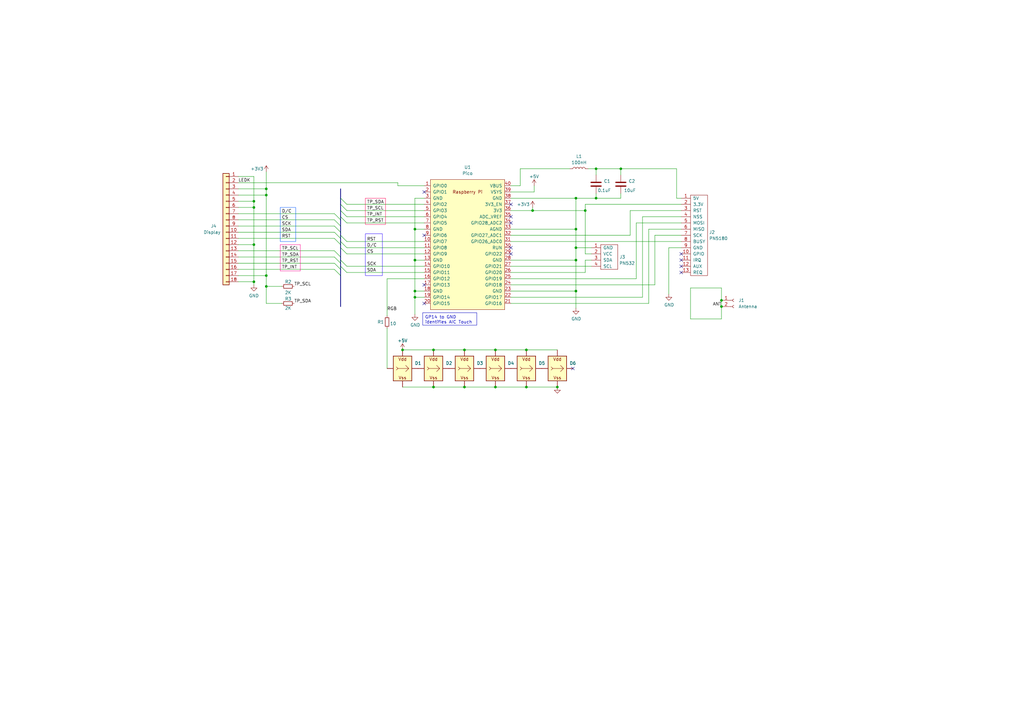
<source format=kicad_sch>
(kicad_sch (version 20230121) (generator eeschema)

  (uuid 2e3f5573-c264-4a8b-a2f0-0e6473d39aad)

  (paper "A3")

  (lib_symbols
    (symbol "Connector:Conn_01x02_Female" (pin_names (offset 1.016) hide) (in_bom yes) (on_board yes)
      (property "Reference" "J" (at 0 2.54 0)
        (effects (font (size 1.27 1.27)))
      )
      (property "Value" "Conn_01x02_Female" (at 0 -5.08 0)
        (effects (font (size 1.27 1.27)))
      )
      (property "Footprint" "" (at 0 0 0)
        (effects (font (size 1.27 1.27)) hide)
      )
      (property "Datasheet" "~" (at 0 0 0)
        (effects (font (size 1.27 1.27)) hide)
      )
      (property "ki_keywords" "connector" (at 0 0 0)
        (effects (font (size 1.27 1.27)) hide)
      )
      (property "ki_description" "Generic connector, single row, 01x02, script generated (kicad-library-utils/schlib/autogen/connector/)" (at 0 0 0)
        (effects (font (size 1.27 1.27)) hide)
      )
      (property "ki_fp_filters" "Connector*:*_1x??_*" (at 0 0 0)
        (effects (font (size 1.27 1.27)) hide)
      )
      (symbol "Conn_01x02_Female_1_1"
        (arc (start 0 -2.032) (mid -0.5058 -2.54) (end 0 -3.048)
          (stroke (width 0.1524) (type default))
          (fill (type none))
        )
        (polyline
          (pts
            (xy -1.27 -2.54)
            (xy -0.508 -2.54)
          )
          (stroke (width 0.1524) (type default))
          (fill (type none))
        )
        (polyline
          (pts
            (xy -1.27 0)
            (xy -0.508 0)
          )
          (stroke (width 0.1524) (type default))
          (fill (type none))
        )
        (arc (start 0 0.508) (mid -0.5058 0) (end 0 -0.508)
          (stroke (width 0.1524) (type default))
          (fill (type none))
        )
        (pin passive line (at -5.08 0 0) (length 3.81)
          (name "Pin_1" (effects (font (size 1.27 1.27))))
          (number "1" (effects (font (size 1.27 1.27))))
        )
        (pin passive line (at -5.08 -2.54 0) (length 3.81)
          (name "Pin_2" (effects (font (size 1.27 1.27))))
          (number "2" (effects (font (size 1.27 1.27))))
        )
      )
    )
    (symbol "Connector_Generic:Conn_01x18" (pin_names (offset 1.016) hide) (in_bom yes) (on_board yes)
      (property "Reference" "J" (at 0 22.86 0)
        (effects (font (size 1.27 1.27)))
      )
      (property "Value" "Conn_01x18" (at 0 -25.4 0)
        (effects (font (size 1.27 1.27)))
      )
      (property "Footprint" "" (at 0 0 0)
        (effects (font (size 1.27 1.27)) hide)
      )
      (property "Datasheet" "~" (at 0 0 0)
        (effects (font (size 1.27 1.27)) hide)
      )
      (property "ki_keywords" "connector" (at 0 0 0)
        (effects (font (size 1.27 1.27)) hide)
      )
      (property "ki_description" "Generic connector, single row, 01x18, script generated (kicad-library-utils/schlib/autogen/connector/)" (at 0 0 0)
        (effects (font (size 1.27 1.27)) hide)
      )
      (property "ki_fp_filters" "Connector*:*_1x??_*" (at 0 0 0)
        (effects (font (size 1.27 1.27)) hide)
      )
      (symbol "Conn_01x18_1_1"
        (rectangle (start -1.27 -22.733) (end 0 -22.987)
          (stroke (width 0.1524) (type default))
          (fill (type none))
        )
        (rectangle (start -1.27 -20.193) (end 0 -20.447)
          (stroke (width 0.1524) (type default))
          (fill (type none))
        )
        (rectangle (start -1.27 -17.653) (end 0 -17.907)
          (stroke (width 0.1524) (type default))
          (fill (type none))
        )
        (rectangle (start -1.27 -15.113) (end 0 -15.367)
          (stroke (width 0.1524) (type default))
          (fill (type none))
        )
        (rectangle (start -1.27 -12.573) (end 0 -12.827)
          (stroke (width 0.1524) (type default))
          (fill (type none))
        )
        (rectangle (start -1.27 -10.033) (end 0 -10.287)
          (stroke (width 0.1524) (type default))
          (fill (type none))
        )
        (rectangle (start -1.27 -7.493) (end 0 -7.747)
          (stroke (width 0.1524) (type default))
          (fill (type none))
        )
        (rectangle (start -1.27 -4.953) (end 0 -5.207)
          (stroke (width 0.1524) (type default))
          (fill (type none))
        )
        (rectangle (start -1.27 -2.413) (end 0 -2.667)
          (stroke (width 0.1524) (type default))
          (fill (type none))
        )
        (rectangle (start -1.27 0.127) (end 0 -0.127)
          (stroke (width 0.1524) (type default))
          (fill (type none))
        )
        (rectangle (start -1.27 2.667) (end 0 2.413)
          (stroke (width 0.1524) (type default))
          (fill (type none))
        )
        (rectangle (start -1.27 5.207) (end 0 4.953)
          (stroke (width 0.1524) (type default))
          (fill (type none))
        )
        (rectangle (start -1.27 7.747) (end 0 7.493)
          (stroke (width 0.1524) (type default))
          (fill (type none))
        )
        (rectangle (start -1.27 10.287) (end 0 10.033)
          (stroke (width 0.1524) (type default))
          (fill (type none))
        )
        (rectangle (start -1.27 12.827) (end 0 12.573)
          (stroke (width 0.1524) (type default))
          (fill (type none))
        )
        (rectangle (start -1.27 15.367) (end 0 15.113)
          (stroke (width 0.1524) (type default))
          (fill (type none))
        )
        (rectangle (start -1.27 17.907) (end 0 17.653)
          (stroke (width 0.1524) (type default))
          (fill (type none))
        )
        (rectangle (start -1.27 20.447) (end 0 20.193)
          (stroke (width 0.1524) (type default))
          (fill (type none))
        )
        (rectangle (start -1.27 21.59) (end 1.27 -24.13)
          (stroke (width 0.254) (type default))
          (fill (type background))
        )
        (pin passive line (at -5.08 20.32 0) (length 3.81)
          (name "Pin_1" (effects (font (size 1.27 1.27))))
          (number "1" (effects (font (size 1.27 1.27))))
        )
        (pin passive line (at -5.08 -2.54 0) (length 3.81)
          (name "Pin_10" (effects (font (size 1.27 1.27))))
          (number "10" (effects (font (size 1.27 1.27))))
        )
        (pin passive line (at -5.08 -5.08 0) (length 3.81)
          (name "Pin_11" (effects (font (size 1.27 1.27))))
          (number "11" (effects (font (size 1.27 1.27))))
        )
        (pin passive line (at -5.08 -7.62 0) (length 3.81)
          (name "Pin_12" (effects (font (size 1.27 1.27))))
          (number "12" (effects (font (size 1.27 1.27))))
        )
        (pin passive line (at -5.08 -10.16 0) (length 3.81)
          (name "Pin_13" (effects (font (size 1.27 1.27))))
          (number "13" (effects (font (size 1.27 1.27))))
        )
        (pin passive line (at -5.08 -12.7 0) (length 3.81)
          (name "Pin_14" (effects (font (size 1.27 1.27))))
          (number "14" (effects (font (size 1.27 1.27))))
        )
        (pin passive line (at -5.08 -15.24 0) (length 3.81)
          (name "Pin_15" (effects (font (size 1.27 1.27))))
          (number "15" (effects (font (size 1.27 1.27))))
        )
        (pin passive line (at -5.08 -17.78 0) (length 3.81)
          (name "Pin_16" (effects (font (size 1.27 1.27))))
          (number "16" (effects (font (size 1.27 1.27))))
        )
        (pin passive line (at -5.08 -20.32 0) (length 3.81)
          (name "Pin_17" (effects (font (size 1.27 1.27))))
          (number "17" (effects (font (size 1.27 1.27))))
        )
        (pin passive line (at -5.08 -22.86 0) (length 3.81)
          (name "Pin_18" (effects (font (size 1.27 1.27))))
          (number "18" (effects (font (size 1.27 1.27))))
        )
        (pin passive line (at -5.08 17.78 0) (length 3.81)
          (name "Pin_2" (effects (font (size 1.27 1.27))))
          (number "2" (effects (font (size 1.27 1.27))))
        )
        (pin passive line (at -5.08 15.24 0) (length 3.81)
          (name "Pin_3" (effects (font (size 1.27 1.27))))
          (number "3" (effects (font (size 1.27 1.27))))
        )
        (pin passive line (at -5.08 12.7 0) (length 3.81)
          (name "Pin_4" (effects (font (size 1.27 1.27))))
          (number "4" (effects (font (size 1.27 1.27))))
        )
        (pin passive line (at -5.08 10.16 0) (length 3.81)
          (name "Pin_5" (effects (font (size 1.27 1.27))))
          (number "5" (effects (font (size 1.27 1.27))))
        )
        (pin passive line (at -5.08 7.62 0) (length 3.81)
          (name "Pin_6" (effects (font (size 1.27 1.27))))
          (number "6" (effects (font (size 1.27 1.27))))
        )
        (pin passive line (at -5.08 5.08 0) (length 3.81)
          (name "Pin_7" (effects (font (size 1.27 1.27))))
          (number "7" (effects (font (size 1.27 1.27))))
        )
        (pin passive line (at -5.08 2.54 0) (length 3.81)
          (name "Pin_8" (effects (font (size 1.27 1.27))))
          (number "8" (effects (font (size 1.27 1.27))))
        )
        (pin passive line (at -5.08 0 0) (length 3.81)
          (name "Pin_9" (effects (font (size 1.27 1.27))))
          (number "9" (effects (font (size 1.27 1.27))))
        )
      )
    )
    (symbol "Device:C" (pin_numbers hide) (pin_names (offset 0.254)) (in_bom yes) (on_board yes)
      (property "Reference" "C" (at 0.635 2.54 0)
        (effects (font (size 1.27 1.27)) (justify left))
      )
      (property "Value" "C" (at 0.635 -2.54 0)
        (effects (font (size 1.27 1.27)) (justify left))
      )
      (property "Footprint" "" (at 0.9652 -3.81 0)
        (effects (font (size 1.27 1.27)) hide)
      )
      (property "Datasheet" "~" (at 0 0 0)
        (effects (font (size 1.27 1.27)) hide)
      )
      (property "ki_keywords" "cap capacitor" (at 0 0 0)
        (effects (font (size 1.27 1.27)) hide)
      )
      (property "ki_description" "Unpolarized capacitor" (at 0 0 0)
        (effects (font (size 1.27 1.27)) hide)
      )
      (property "ki_fp_filters" "C_*" (at 0 0 0)
        (effects (font (size 1.27 1.27)) hide)
      )
      (symbol "C_0_1"
        (polyline
          (pts
            (xy -2.032 -0.762)
            (xy 2.032 -0.762)
          )
          (stroke (width 0.508) (type default))
          (fill (type none))
        )
        (polyline
          (pts
            (xy -2.032 0.762)
            (xy 2.032 0.762)
          )
          (stroke (width 0.508) (type default))
          (fill (type none))
        )
      )
      (symbol "C_1_1"
        (pin passive line (at 0 3.81 270) (length 2.794)
          (name "~" (effects (font (size 1.27 1.27))))
          (number "1" (effects (font (size 1.27 1.27))))
        )
        (pin passive line (at 0 -3.81 90) (length 2.794)
          (name "~" (effects (font (size 1.27 1.27))))
          (number "2" (effects (font (size 1.27 1.27))))
        )
      )
    )
    (symbol "Device:L" (pin_numbers hide) (pin_names (offset 1.016) hide) (in_bom yes) (on_board yes)
      (property "Reference" "L" (at -1.27 0 90)
        (effects (font (size 1.27 1.27)))
      )
      (property "Value" "L" (at 1.905 0 90)
        (effects (font (size 1.27 1.27)))
      )
      (property "Footprint" "" (at 0 0 0)
        (effects (font (size 1.27 1.27)) hide)
      )
      (property "Datasheet" "~" (at 0 0 0)
        (effects (font (size 1.27 1.27)) hide)
      )
      (property "ki_keywords" "inductor choke coil reactor magnetic" (at 0 0 0)
        (effects (font (size 1.27 1.27)) hide)
      )
      (property "ki_description" "Inductor" (at 0 0 0)
        (effects (font (size 1.27 1.27)) hide)
      )
      (property "ki_fp_filters" "Choke_* *Coil* Inductor_* L_*" (at 0 0 0)
        (effects (font (size 1.27 1.27)) hide)
      )
      (symbol "L_0_1"
        (arc (start 0 -2.54) (mid 0.6323 -1.905) (end 0 -1.27)
          (stroke (width 0) (type default))
          (fill (type none))
        )
        (arc (start 0 -1.27) (mid 0.6323 -0.635) (end 0 0)
          (stroke (width 0) (type default))
          (fill (type none))
        )
        (arc (start 0 0) (mid 0.6323 0.635) (end 0 1.27)
          (stroke (width 0) (type default))
          (fill (type none))
        )
        (arc (start 0 1.27) (mid 0.6323 1.905) (end 0 2.54)
          (stroke (width 0) (type default))
          (fill (type none))
        )
      )
      (symbol "L_1_1"
        (pin passive line (at 0 3.81 270) (length 1.27)
          (name "1" (effects (font (size 1.27 1.27))))
          (number "1" (effects (font (size 1.27 1.27))))
        )
        (pin passive line (at 0 -3.81 90) (length 1.27)
          (name "2" (effects (font (size 1.27 1.27))))
          (number "2" (effects (font (size 1.27 1.27))))
        )
      )
    )
    (symbol "Device:R_Small" (pin_numbers hide) (pin_names (offset 0.254) hide) (in_bom yes) (on_board yes)
      (property "Reference" "R" (at 0.762 0.508 0)
        (effects (font (size 1.27 1.27)) (justify left))
      )
      (property "Value" "R_Small" (at 0.762 -1.016 0)
        (effects (font (size 1.27 1.27)) (justify left))
      )
      (property "Footprint" "" (at 0 0 0)
        (effects (font (size 1.27 1.27)) hide)
      )
      (property "Datasheet" "~" (at 0 0 0)
        (effects (font (size 1.27 1.27)) hide)
      )
      (property "ki_keywords" "R resistor" (at 0 0 0)
        (effects (font (size 1.27 1.27)) hide)
      )
      (property "ki_description" "Resistor, small symbol" (at 0 0 0)
        (effects (font (size 1.27 1.27)) hide)
      )
      (property "ki_fp_filters" "R_*" (at 0 0 0)
        (effects (font (size 1.27 1.27)) hide)
      )
      (symbol "R_Small_0_1"
        (rectangle (start -0.762 1.778) (end 0.762 -1.778)
          (stroke (width 0.2032) (type default))
          (fill (type none))
        )
      )
      (symbol "R_Small_1_1"
        (pin passive line (at 0 2.54 270) (length 0.762)
          (name "~" (effects (font (size 1.27 1.27))))
          (number "1" (effects (font (size 1.27 1.27))))
        )
        (pin passive line (at 0 -2.54 90) (length 0.762)
          (name "~" (effects (font (size 1.27 1.27))))
          (number "2" (effects (font (size 1.27 1.27))))
        )
      )
    )
    (symbol "aic_pico:PN5180" (pin_names (offset 1.016)) (in_bom yes) (on_board yes)
      (property "Reference" "J" (at 0 17.78 0)
        (effects (font (size 1.27 1.27)))
      )
      (property "Value" "PN5180" (at 0 -18.415 0)
        (effects (font (size 1.27 1.27)))
      )
      (property "Footprint" "aic_pico:pn5180_conn" (at 0 -17.145 0)
        (effects (font (size 1.27 1.27)) hide)
      )
      (property "Datasheet" "" (at 0 0 0)
        (effects (font (size 1.27 1.27)) hide)
      )
      (property "ki_keywords" "connector" (at 0 0 0)
        (effects (font (size 1.27 1.27)) hide)
      )
      (property "ki_description" "Generic connector, single row, 01x13, script generated" (at 0 0 0)
        (effects (font (size 1.27 1.27)) hide)
      )
      (property "ki_fp_filters" "Connector*:*_1x??_*" (at 0 0 0)
        (effects (font (size 1.27 1.27)) hide)
      )
      (symbol "PN5180_1_1"
        (rectangle (start -1.27 16.51) (end 5.715 -16.51)
          (stroke (width 0) (type default))
          (fill (type none))
        )
        (pin power_in line (at -5.08 15.24 0) (length 3.81)
          (name "5V" (effects (font (size 1.27 1.27))))
          (number "1" (effects (font (size 1.27 1.27))))
        )
        (pin bidirectional line (at -5.08 -7.62 0) (length 3.81)
          (name "GPIO" (effects (font (size 1.27 1.27))))
          (number "10" (effects (font (size 1.27 1.27))))
        )
        (pin output line (at -5.08 -10.16 0) (length 3.81)
          (name "IRQ" (effects (font (size 1.27 1.27))))
          (number "11" (effects (font (size 1.27 1.27))))
        )
        (pin bidirectional line (at -5.08 -12.7 0) (length 3.81)
          (name "AUX" (effects (font (size 1.27 1.27))))
          (number "12" (effects (font (size 1.27 1.27))))
        )
        (pin bidirectional line (at -5.08 -15.24 0) (length 3.81)
          (name "REQ" (effects (font (size 1.27 1.27))))
          (number "13" (effects (font (size 1.27 1.27))))
        )
        (pin power_in line (at -5.08 12.7 0) (length 3.81)
          (name "3.3V" (effects (font (size 1.27 1.27))))
          (number "2" (effects (font (size 1.27 1.27))))
        )
        (pin input line (at -5.08 10.16 0) (length 3.81)
          (name "RST" (effects (font (size 1.27 1.27))))
          (number "3" (effects (font (size 1.27 1.27))))
        )
        (pin input line (at -5.08 7.62 0) (length 3.81)
          (name "NSS" (effects (font (size 1.27 1.27))))
          (number "4" (effects (font (size 1.27 1.27))))
        )
        (pin input line (at -5.08 5.08 0) (length 3.81)
          (name "MOSI" (effects (font (size 1.27 1.27))))
          (number "5" (effects (font (size 1.27 1.27))))
        )
        (pin output line (at -5.08 2.54 0) (length 3.81)
          (name "MISO" (effects (font (size 1.27 1.27))))
          (number "6" (effects (font (size 1.27 1.27))))
        )
        (pin input line (at -5.08 0 0) (length 3.81)
          (name "SCK" (effects (font (size 1.27 1.27))))
          (number "7" (effects (font (size 1.27 1.27))))
        )
        (pin output line (at -5.08 -2.54 0) (length 3.81)
          (name "BUSY" (effects (font (size 1.27 1.27))))
          (number "8" (effects (font (size 1.27 1.27))))
        )
        (pin power_in line (at -5.08 -5.08 0) (length 3.81)
          (name "GND" (effects (font (size 1.27 1.27))))
          (number "9" (effects (font (size 1.27 1.27))))
        )
      )
    )
    (symbol "aic_pico:PN532" (pin_names (offset 1.016)) (in_bom yes) (on_board yes)
      (property "Reference" "J" (at -1.27 6.35 0)
        (effects (font (size 1.27 1.27)))
      )
      (property "Value" "PN532" (at 1.27 -6.985 0)
        (effects (font (size 1.27 1.27)))
      )
      (property "Footprint" "aic_pico:pn532_conn" (at -0.635 -7.62 0)
        (effects (font (size 1.27 1.27)) hide)
      )
      (property "Datasheet" "" (at 0 0 0)
        (effects (font (size 1.27 1.27)) hide)
      )
      (property "ki_keywords" "connector" (at 0 0 0)
        (effects (font (size 1.27 1.27)) hide)
      )
      (property "ki_description" "Generic connector, single row, 01x13, script generated" (at 0 0 0)
        (effects (font (size 1.27 1.27)) hide)
      )
      (property "ki_fp_filters" "Connector*:*_1x??_*" (at 0 0 0)
        (effects (font (size 1.27 1.27)) hide)
      )
      (symbol "PN532_1_1"
        (rectangle (start -2.54 5.08) (end 4.445 -5.08)
          (stroke (width 0) (type default))
          (fill (type none))
        )
        (pin power_in line (at -6.35 3.81 0) (length 3.81)
          (name "GND" (effects (font (size 1.27 1.27))))
          (number "1" (effects (font (size 1.27 1.27))))
        )
        (pin power_in line (at -6.35 1.27 0) (length 3.81)
          (name "VCC" (effects (font (size 1.27 1.27))))
          (number "2" (effects (font (size 1.27 1.27))))
        )
        (pin bidirectional line (at -6.35 -1.27 0) (length 3.81)
          (name "SDA" (effects (font (size 1.27 1.27))))
          (number "3" (effects (font (size 1.27 1.27))))
        )
        (pin bidirectional line (at -6.35 -3.81 0) (length 3.81)
          (name "SCL" (effects (font (size 1.27 1.27))))
          (number "4" (effects (font (size 1.27 1.27))))
        )
      )
    )
    (symbol "aic_pico:Pico_Trim" (pin_names (offset 1.016)) (in_bom yes) (on_board yes)
      (property "Reference" "U" (at -13.97 27.94 0)
        (effects (font (size 1.27 1.27)))
      )
      (property "Value" "Pico_Trim" (at 0 19.05 0)
        (effects (font (size 1.27 1.27)))
      )
      (property "Footprint" "aic_pico:RPi_Pico_SMD_No_USB" (at 0 0 90)
        (effects (font (size 1.27 1.27)) hide)
      )
      (property "Datasheet" "" (at 0 0 0)
        (effects (font (size 1.27 1.27)) hide)
      )
      (symbol "Pico_Trim_0_0"
        (text "Raspberry Pi" (at 0 21.59 0)
          (effects (font (size 1.27 1.27)))
        )
      )
      (symbol "Pico_Trim_0_1"
        (rectangle (start -15.24 26.67) (end 15.24 -26.67)
          (stroke (width 0) (type default))
          (fill (type background))
        )
      )
      (symbol "Pico_Trim_1_1"
        (pin bidirectional line (at -17.78 24.13 0) (length 2.54)
          (name "GPIO0" (effects (font (size 1.27 1.27))))
          (number "1" (effects (font (size 1.27 1.27))))
        )
        (pin bidirectional line (at -17.78 1.27 0) (length 2.54)
          (name "GPIO7" (effects (font (size 1.27 1.27))))
          (number "10" (effects (font (size 1.27 1.27))))
        )
        (pin bidirectional line (at -17.78 -1.27 0) (length 2.54)
          (name "GPIO8" (effects (font (size 1.27 1.27))))
          (number "11" (effects (font (size 1.27 1.27))))
        )
        (pin bidirectional line (at -17.78 -3.81 0) (length 2.54)
          (name "GPIO9" (effects (font (size 1.27 1.27))))
          (number "12" (effects (font (size 1.27 1.27))))
        )
        (pin power_in line (at -17.78 -6.35 0) (length 2.54)
          (name "GND" (effects (font (size 1.27 1.27))))
          (number "13" (effects (font (size 1.27 1.27))))
        )
        (pin bidirectional line (at -17.78 -8.89 0) (length 2.54)
          (name "GPIO10" (effects (font (size 1.27 1.27))))
          (number "14" (effects (font (size 1.27 1.27))))
        )
        (pin bidirectional line (at -17.78 -11.43 0) (length 2.54)
          (name "GPIO11" (effects (font (size 1.27 1.27))))
          (number "15" (effects (font (size 1.27 1.27))))
        )
        (pin bidirectional line (at -17.78 -13.97 0) (length 2.54)
          (name "GPIO12" (effects (font (size 1.27 1.27))))
          (number "16" (effects (font (size 1.27 1.27))))
        )
        (pin bidirectional line (at -17.78 -16.51 0) (length 2.54)
          (name "GPIO13" (effects (font (size 1.27 1.27))))
          (number "17" (effects (font (size 1.27 1.27))))
        )
        (pin power_in line (at -17.78 -19.05 0) (length 2.54)
          (name "GND" (effects (font (size 1.27 1.27))))
          (number "18" (effects (font (size 1.27 1.27))))
        )
        (pin bidirectional line (at -17.78 -21.59 0) (length 2.54)
          (name "GPIO14" (effects (font (size 1.27 1.27))))
          (number "19" (effects (font (size 1.27 1.27))))
        )
        (pin bidirectional line (at -17.78 21.59 0) (length 2.54)
          (name "GPIO1" (effects (font (size 1.27 1.27))))
          (number "2" (effects (font (size 1.27 1.27))))
        )
        (pin bidirectional line (at -17.78 -24.13 0) (length 2.54)
          (name "GPIO15" (effects (font (size 1.27 1.27))))
          (number "20" (effects (font (size 1.27 1.27))))
        )
        (pin bidirectional line (at 17.78 -24.13 180) (length 2.54)
          (name "GPIO16" (effects (font (size 1.27 1.27))))
          (number "21" (effects (font (size 1.27 1.27))))
        )
        (pin bidirectional line (at 17.78 -21.59 180) (length 2.54)
          (name "GPIO17" (effects (font (size 1.27 1.27))))
          (number "22" (effects (font (size 1.27 1.27))))
        )
        (pin power_in line (at 17.78 -19.05 180) (length 2.54)
          (name "GND" (effects (font (size 1.27 1.27))))
          (number "23" (effects (font (size 1.27 1.27))))
        )
        (pin bidirectional line (at 17.78 -16.51 180) (length 2.54)
          (name "GPIO18" (effects (font (size 1.27 1.27))))
          (number "24" (effects (font (size 1.27 1.27))))
        )
        (pin bidirectional line (at 17.78 -13.97 180) (length 2.54)
          (name "GPIO19" (effects (font (size 1.27 1.27))))
          (number "25" (effects (font (size 1.27 1.27))))
        )
        (pin bidirectional line (at 17.78 -11.43 180) (length 2.54)
          (name "GPIO20" (effects (font (size 1.27 1.27))))
          (number "26" (effects (font (size 1.27 1.27))))
        )
        (pin bidirectional line (at 17.78 -8.89 180) (length 2.54)
          (name "GPIO21" (effects (font (size 1.27 1.27))))
          (number "27" (effects (font (size 1.27 1.27))))
        )
        (pin power_in line (at 17.78 -6.35 180) (length 2.54)
          (name "GND" (effects (font (size 1.27 1.27))))
          (number "28" (effects (font (size 1.27 1.27))))
        )
        (pin bidirectional line (at 17.78 -3.81 180) (length 2.54)
          (name "GPIO22" (effects (font (size 1.27 1.27))))
          (number "29" (effects (font (size 1.27 1.27))))
        )
        (pin power_in line (at -17.78 19.05 0) (length 2.54)
          (name "GND" (effects (font (size 1.27 1.27))))
          (number "3" (effects (font (size 1.27 1.27))))
        )
        (pin input line (at 17.78 -1.27 180) (length 2.54)
          (name "RUN" (effects (font (size 1.27 1.27))))
          (number "30" (effects (font (size 1.27 1.27))))
        )
        (pin bidirectional line (at 17.78 1.27 180) (length 2.54)
          (name "GPIO26_ADC0" (effects (font (size 1.27 1.27))))
          (number "31" (effects (font (size 1.27 1.27))))
        )
        (pin bidirectional line (at 17.78 3.81 180) (length 2.54)
          (name "GPIO27_ADC1" (effects (font (size 1.27 1.27))))
          (number "32" (effects (font (size 1.27 1.27))))
        )
        (pin power_in line (at 17.78 6.35 180) (length 2.54)
          (name "AGND" (effects (font (size 1.27 1.27))))
          (number "33" (effects (font (size 1.27 1.27))))
        )
        (pin bidirectional line (at 17.78 8.89 180) (length 2.54)
          (name "GPIO28_ADC2" (effects (font (size 1.27 1.27))))
          (number "34" (effects (font (size 1.27 1.27))))
        )
        (pin unspecified line (at 17.78 11.43 180) (length 2.54)
          (name "ADC_VREF" (effects (font (size 1.27 1.27))))
          (number "35" (effects (font (size 1.27 1.27))))
        )
        (pin unspecified line (at 17.78 13.97 180) (length 2.54)
          (name "3V3" (effects (font (size 1.27 1.27))))
          (number "36" (effects (font (size 1.27 1.27))))
        )
        (pin input line (at 17.78 16.51 180) (length 2.54)
          (name "3V3_EN" (effects (font (size 1.27 1.27))))
          (number "37" (effects (font (size 1.27 1.27))))
        )
        (pin bidirectional line (at 17.78 19.05 180) (length 2.54)
          (name "GND" (effects (font (size 1.27 1.27))))
          (number "38" (effects (font (size 1.27 1.27))))
        )
        (pin unspecified line (at 17.78 21.59 180) (length 2.54)
          (name "VSYS" (effects (font (size 1.27 1.27))))
          (number "39" (effects (font (size 1.27 1.27))))
        )
        (pin bidirectional line (at -17.78 16.51 0) (length 2.54)
          (name "GPIO2" (effects (font (size 1.27 1.27))))
          (number "4" (effects (font (size 1.27 1.27))))
        )
        (pin unspecified line (at 17.78 24.13 180) (length 2.54)
          (name "VBUS" (effects (font (size 1.27 1.27))))
          (number "40" (effects (font (size 1.27 1.27))))
        )
        (pin bidirectional line (at -17.78 13.97 0) (length 2.54)
          (name "GPIO3" (effects (font (size 1.27 1.27))))
          (number "5" (effects (font (size 1.27 1.27))))
        )
        (pin bidirectional line (at -17.78 11.43 0) (length 2.54)
          (name "GPIO4" (effects (font (size 1.27 1.27))))
          (number "6" (effects (font (size 1.27 1.27))))
        )
        (pin bidirectional line (at -17.78 8.89 0) (length 2.54)
          (name "GPIO5" (effects (font (size 1.27 1.27))))
          (number "7" (effects (font (size 1.27 1.27))))
        )
        (pin power_in line (at -17.78 6.35 0) (length 2.54)
          (name "GND" (effects (font (size 1.27 1.27))))
          (number "8" (effects (font (size 1.27 1.27))))
        )
        (pin bidirectional line (at -17.78 3.81 0) (length 2.54)
          (name "GPIO6" (effects (font (size 1.27 1.27))))
          (number "9" (effects (font (size 1.27 1.27))))
        )
      )
    )
    (symbol "aic_pico:WS2812B_Unified" (pin_numbers hide) (pin_names (offset 0.254) hide) (in_bom yes) (on_board yes)
      (property "Reference" "D10" (at 2.54 6.35 0)
        (effects (font (size 1.27 1.27)))
      )
      (property "Value" "WS2812B_Unified" (at 15.24 1.7907 0)
        (effects (font (size 1.27 1.27)) hide)
      )
      (property "Footprint" "iidx_pico:WS2812B-2835" (at 1.27 -7.62 0)
        (effects (font (size 1.27 1.27)) (justify left top) hide)
      )
      (property "Datasheet" "" (at 2.54 -9.525 0)
        (effects (font (size 1.27 1.27)) (justify left top) hide)
      )
      (property "ki_keywords" "RGB LED NeoPixel addressable" (at 0 0 0)
        (effects (font (size 1.27 1.27)) hide)
      )
      (property "ki_description" "RGB LED with integrated controller" (at 0 0 0)
        (effects (font (size 1.27 1.27)) hide)
      )
      (property "ki_fp_filters" "LED*WS2812" (at 0 0 0)
        (effects (font (size 1.27 1.27)) hide)
      )
      (symbol "WS2812B_Unified_0_0"
        (polyline
          (pts
            (xy -1.905 0)
            (xy 2.54 0)
            (xy 1.27 1.27)
          )
          (stroke (width 0) (type default))
          (fill (type none))
        )
        (text "Vdd" (at 0 3.81 0)
          (effects (font (size 1.27 1.27)))
        )
        (text "Vss" (at 0 -3.81 0)
          (effects (font (size 1.27 1.27)))
        )
      )
      (symbol "WS2812B_Unified_0_1"
        (rectangle (start -3.81 5.08) (end 3.81 -5.08)
          (stroke (width 0.254) (type default))
          (fill (type background))
        )
        (polyline
          (pts
            (xy 1.27 -1.27)
            (xy 2.54 0)
          )
          (stroke (width 0) (type default))
          (fill (type none))
        )
        (polyline
          (pts
            (xy -2.54 0.635)
            (xy -1.905 0)
            (xy -2.54 -0.635)
          )
          (stroke (width 0) (type default))
          (fill (type none))
        )
      )
      (symbol "WS2812B_Unified_1_1"
        (pin power_in line (at 0 -7.62 90) (length 2.54)
          (name "VSS" (effects (font (size 1.27 1.27))))
          (number "G" (effects (font (size 1.27 1.27))))
        )
        (pin input line (at -6.35 0 0) (length 2.54)
          (name "In" (effects (font (size 1.27 1.27))))
          (number "I" (effects (font (size 1.27 1.27))))
        )
        (pin output line (at 6.35 0 180) (length 2.54)
          (name "Out" (effects (font (size 1.27 1.27))))
          (number "O" (effects (font (size 1.27 1.27))))
        )
        (pin power_in line (at 0 7.62 270) (length 2.54)
          (name "VDD" (effects (font (size 1.27 1.27))))
          (number "V" (effects (font (size 1.27 1.27))))
        )
      )
    )
    (symbol "power:+3V3" (power) (pin_names (offset 0)) (in_bom yes) (on_board yes)
      (property "Reference" "#PWR" (at 0 -3.81 0)
        (effects (font (size 1.27 1.27)) hide)
      )
      (property "Value" "+3V3" (at 0 3.556 0)
        (effects (font (size 1.27 1.27)))
      )
      (property "Footprint" "" (at 0 0 0)
        (effects (font (size 1.27 1.27)) hide)
      )
      (property "Datasheet" "" (at 0 0 0)
        (effects (font (size 1.27 1.27)) hide)
      )
      (property "ki_keywords" "power-flag" (at 0 0 0)
        (effects (font (size 1.27 1.27)) hide)
      )
      (property "ki_description" "Power symbol creates a global label with name \"+3V3\"" (at 0 0 0)
        (effects (font (size 1.27 1.27)) hide)
      )
      (symbol "+3V3_0_1"
        (polyline
          (pts
            (xy -0.762 1.27)
            (xy 0 2.54)
          )
          (stroke (width 0) (type default))
          (fill (type none))
        )
        (polyline
          (pts
            (xy 0 0)
            (xy 0 2.54)
          )
          (stroke (width 0) (type default))
          (fill (type none))
        )
        (polyline
          (pts
            (xy 0 2.54)
            (xy 0.762 1.27)
          )
          (stroke (width 0) (type default))
          (fill (type none))
        )
      )
      (symbol "+3V3_1_1"
        (pin power_in line (at 0 0 90) (length 0) hide
          (name "+3V3" (effects (font (size 1.27 1.27))))
          (number "1" (effects (font (size 1.27 1.27))))
        )
      )
    )
    (symbol "power:+5V" (power) (pin_names (offset 0)) (in_bom yes) (on_board yes)
      (property "Reference" "#PWR" (at 0 -3.81 0)
        (effects (font (size 1.27 1.27)) hide)
      )
      (property "Value" "+5V" (at 0 3.556 0)
        (effects (font (size 1.27 1.27)))
      )
      (property "Footprint" "" (at 0 0 0)
        (effects (font (size 1.27 1.27)) hide)
      )
      (property "Datasheet" "" (at 0 0 0)
        (effects (font (size 1.27 1.27)) hide)
      )
      (property "ki_keywords" "power-flag" (at 0 0 0)
        (effects (font (size 1.27 1.27)) hide)
      )
      (property "ki_description" "Power symbol creates a global label with name \"+5V\"" (at 0 0 0)
        (effects (font (size 1.27 1.27)) hide)
      )
      (symbol "+5V_0_1"
        (polyline
          (pts
            (xy -0.762 1.27)
            (xy 0 2.54)
          )
          (stroke (width 0) (type default))
          (fill (type none))
        )
        (polyline
          (pts
            (xy 0 0)
            (xy 0 2.54)
          )
          (stroke (width 0) (type default))
          (fill (type none))
        )
        (polyline
          (pts
            (xy 0 2.54)
            (xy 0.762 1.27)
          )
          (stroke (width 0) (type default))
          (fill (type none))
        )
      )
      (symbol "+5V_1_1"
        (pin power_in line (at 0 0 90) (length 0) hide
          (name "+5V" (effects (font (size 1.27 1.27))))
          (number "1" (effects (font (size 1.27 1.27))))
        )
      )
    )
    (symbol "power:GND" (power) (pin_names (offset 0)) (in_bom yes) (on_board yes)
      (property "Reference" "#PWR" (at 0 -6.35 0)
        (effects (font (size 1.27 1.27)) hide)
      )
      (property "Value" "GND" (at 0 -3.81 0)
        (effects (font (size 1.27 1.27)))
      )
      (property "Footprint" "" (at 0 0 0)
        (effects (font (size 1.27 1.27)) hide)
      )
      (property "Datasheet" "" (at 0 0 0)
        (effects (font (size 1.27 1.27)) hide)
      )
      (property "ki_keywords" "power-flag" (at 0 0 0)
        (effects (font (size 1.27 1.27)) hide)
      )
      (property "ki_description" "Power symbol creates a global label with name \"GND\" , ground" (at 0 0 0)
        (effects (font (size 1.27 1.27)) hide)
      )
      (symbol "GND_0_1"
        (polyline
          (pts
            (xy 0 0)
            (xy 0 -1.27)
            (xy 1.27 -1.27)
            (xy 0 -2.54)
            (xy -1.27 -1.27)
            (xy 0 -1.27)
          )
          (stroke (width 0) (type default))
          (fill (type none))
        )
      )
      (symbol "GND_1_1"
        (pin power_in line (at 0 0 270) (length 0) hide
          (name "GND" (effects (font (size 1.27 1.27))))
          (number "1" (effects (font (size 1.27 1.27))))
        )
      )
    )
  )

  (junction (at 236.22 81.28) (diameter 0) (color 0 0 0 0)
    (uuid 0642315a-8bbe-4097-92c0-8381bc7da6e8)
  )
  (junction (at 177.8 158.75) (diameter 0) (color 0 0 0 0)
    (uuid 1535672b-00bd-4f01-b5f6-6c89487baad7)
  )
  (junction (at 109.22 113.03) (diameter 0) (color 0 0 0 0)
    (uuid 195819ec-fc70-4fe7-adcb-f8ead16cb200)
  )
  (junction (at 215.9 143.51) (diameter 0) (color 0 0 0 0)
    (uuid 26448785-d6dc-4007-a201-81d140779ec5)
  )
  (junction (at 190.5 143.51) (diameter 0) (color 0 0 0 0)
    (uuid 264684aa-feba-4b81-adea-cb023c8c69d5)
  )
  (junction (at 190.5 158.75) (diameter 0) (color 0 0 0 0)
    (uuid 307b47b3-1ef1-480d-8c2d-2ffcb1fdcdc2)
  )
  (junction (at 240.03 86.36) (diameter 0) (color 0 0 0 0)
    (uuid 40d30f47-ddb9-492d-af90-985cc745e334)
  )
  (junction (at 177.8 143.51) (diameter 0) (color 0 0 0 0)
    (uuid 416e621e-c1e9-4b5a-a420-6c5b2cb432b5)
  )
  (junction (at 203.2 158.75) (diameter 0) (color 0 0 0 0)
    (uuid 4d02e5f1-05e6-4474-a6f7-a3866e145eab)
  )
  (junction (at 254.635 69.215) (diameter 0) (color 0 0 0 0)
    (uuid 5248b989-cea6-4938-9307-fc197fc231f2)
  )
  (junction (at 165.1 143.51) (diameter 0) (color 0 0 0 0)
    (uuid 5a771f0e-90db-42f5-bbb7-c78542f642aa)
  )
  (junction (at 170.18 119.38) (diameter 0) (color 0 0 0 0)
    (uuid 5da908a0-a166-430f-b8d6-3b2ec8444c35)
  )
  (junction (at 109.22 117.475) (diameter 0) (color 0 0 0 0)
    (uuid 60ed15fe-87cf-4c25-8377-9eeeacc7458f)
  )
  (junction (at 218.44 86.36) (diameter 0) (color 0 0 0 0)
    (uuid 686e90fd-231c-4609-97ac-0d21140c846a)
  )
  (junction (at 228.6 158.75) (diameter 0) (color 0 0 0 0)
    (uuid 716ff7f6-a7b7-4255-80ba-034d7f03f119)
  )
  (junction (at 104.14 85.09) (diameter 0) (color 0 0 0 0)
    (uuid 7b297fc4-2a44-4721-800e-d2fe1a3e6bd1)
  )
  (junction (at 104.14 115.57) (diameter 0) (color 0 0 0 0)
    (uuid 87c20c2c-07b1-4be9-9cf3-3c1c8cb84d93)
  )
  (junction (at 203.2 143.51) (diameter 0) (color 0 0 0 0)
    (uuid 941ccbb3-6ecf-4dfe-9a14-a585de4ff137)
  )
  (junction (at 215.9 158.75) (diameter 0) (color 0 0 0 0)
    (uuid 98f45ed8-3359-4049-8b8e-49336e162522)
  )
  (junction (at 109.22 80.01) (diameter 0) (color 0 0 0 0)
    (uuid a6c4df32-05b0-4540-bdc1-ab4155f2b0a6)
  )
  (junction (at 109.22 77.47) (diameter 0) (color 0 0 0 0)
    (uuid a711bd98-c1f5-444a-ace6-c6fb40082bd0)
  )
  (junction (at 236.22 119.38) (diameter 0) (color 0 0 0 0)
    (uuid af04cdde-acf5-4e11-a9b1-d30caa0be199)
  )
  (junction (at 170.18 106.68) (diameter 0) (color 0 0 0 0)
    (uuid b6c9967b-f254-4f60-b18f-1bdf657a45ee)
  )
  (junction (at 295.91 123.19) (diameter 0) (color 0 0 0 0)
    (uuid b8b3249a-1330-4dc7-9518-f865d92fefd6)
  )
  (junction (at 236.22 101.6) (diameter 0) (color 0 0 0 0)
    (uuid c4f037e7-eee6-4d5a-8c03-0cfdbe21e0a5)
  )
  (junction (at 170.18 93.98) (diameter 0) (color 0 0 0 0)
    (uuid d1d1050e-598a-46ab-acbe-d4e45528f065)
  )
  (junction (at 170.18 121.92) (diameter 0) (color 0 0 0 0)
    (uuid d402c566-4ac0-45c5-96f2-1940baee18e4)
  )
  (junction (at 244.475 69.215) (diameter 0) (color 0 0 0 0)
    (uuid d61c8db0-48c7-40ba-ad54-41a91c7d34e9)
  )
  (junction (at 104.14 100.33) (diameter 0) (color 0 0 0 0)
    (uuid da5223dc-1c46-41af-8505-d59313de5639)
  )
  (junction (at 236.22 106.68) (diameter 0) (color 0 0 0 0)
    (uuid eb040594-1569-4b81-abeb-13d79c4b83a5)
  )
  (junction (at 236.22 93.98) (diameter 0) (color 0 0 0 0)
    (uuid eb6cccb9-dd9d-439e-b15a-f5c4ad573581)
  )
  (junction (at 295.91 125.73) (diameter 0) (color 0 0 0 0)
    (uuid f447bbaa-3251-493f-b974-3e55f57bf618)
  )
  (junction (at 244.475 81.28) (diameter 0) (color 0 0 0 0)
    (uuid ff03eea9-577e-4524-84e0-ff400f856fca)
  )
  (junction (at 104.14 82.55) (diameter 0) (color 0 0 0 0)
    (uuid fffe80bd-e6b2-45d8-aa4b-18edc8f20b26)
  )

  (no_connect (at 209.55 104.14) (uuid 0d4f6ee4-93b4-4df7-87ba-3de1cc105eda))
  (no_connect (at 279.4 106.68) (uuid 27131769-043e-4002-a458-720fec6bd055))
  (no_connect (at 279.4 109.22) (uuid 40c186fe-de5d-436a-a0b6-db6698290ac0))
  (no_connect (at 209.55 101.6) (uuid 490ed4ff-9da7-4951-bd46-3715875e8850))
  (no_connect (at 209.55 83.82) (uuid 490ed4ff-9da7-4951-bd46-3715875e8856))
  (no_connect (at 209.55 88.9) (uuid 490ed4ff-9da7-4951-bd46-3715875e8858))
  (no_connect (at 173.99 124.46) (uuid 4a841462-8c86-4850-9dd9-3ab9c50d54e4))
  (no_connect (at 209.55 91.44) (uuid 4fd199c4-5de5-42fd-82e8-5266094a993d))
  (no_connect (at 234.95 151.13) (uuid 58ffe2e7-e3e3-49cc-9161-310b712decd8))
  (no_connect (at 173.99 116.84) (uuid ba715425-ee40-44ec-b5fb-279c28eb95ef))
  (no_connect (at 279.4 104.14) (uuid c7a3d5d7-f91e-4c05-bd6f-4028f4e02b41))
  (no_connect (at 173.99 96.52) (uuid d552b4cb-ac65-48fb-937f-dd5c5895fa10))
  (no_connect (at 279.4 111.76) (uuid e5f413f5-26df-4ac3-b8cf-44e3c70ef5a9))
  (no_connect (at 173.99 78.74) (uuid fa664f02-0d31-40d6-8e28-f077a0ea4a12))

  (bus_entry (at 139.7 83.82) (size 2.54 2.54)
    (stroke (width 0) (type default))
    (uuid 15aa62c9-7f37-47db-b719-963b36ad4851)
  )
  (bus_entry (at 137.16 97.79) (size 2.54 2.54)
    (stroke (width 0) (type default))
    (uuid 1b3901c3-3c22-4830-bd33-257548326cad)
  )
  (bus_entry (at 137.16 95.25) (size 2.54 2.54)
    (stroke (width 0) (type default))
    (uuid 4f24b11f-518e-4964-993c-4bc81ecc5b2a)
  )
  (bus_entry (at 139.7 99.06) (size 2.54 2.54)
    (stroke (width 0) (type default))
    (uuid 5b02b06d-3b5a-4196-a822-bfedb0ff15fd)
  )
  (bus_entry (at 137.16 107.95) (size 2.54 2.54)
    (stroke (width 0) (type default))
    (uuid 6cb55b1f-5389-491d-b8b9-ca6bb2ddb655)
  )
  (bus_entry (at 137.16 90.17) (size 2.54 2.54)
    (stroke (width 0) (type default))
    (uuid 7126499b-2864-4d7b-8d0f-ba6a081eb2e1)
  )
  (bus_entry (at 139.7 101.6) (size 2.54 2.54)
    (stroke (width 0) (type default))
    (uuid 755550d8-495e-4bef-935a-334d51a500c9)
  )
  (bus_entry (at 137.16 105.41) (size 2.54 2.54)
    (stroke (width 0) (type default))
    (uuid 84b7dd88-9b3e-4b33-a31f-5790cd0c8856)
  )
  (bus_entry (at 137.16 102.87) (size 2.54 2.54)
    (stroke (width 0) (type default))
    (uuid 8ad26a51-a819-44f2-8bbe-5f585cf0ca00)
  )
  (bus_entry (at 137.16 110.49) (size 2.54 2.54)
    (stroke (width 0) (type default))
    (uuid 9a51478a-6a07-497f-8be9-2d4f4a7d3810)
  )
  (bus_entry (at 139.7 86.36) (size 2.54 2.54)
    (stroke (width 0) (type default))
    (uuid a3dceb6e-f8b8-4aa2-8648-ba6d6034298d)
  )
  (bus_entry (at 139.7 109.22) (size 2.54 2.54)
    (stroke (width 0) (type default))
    (uuid a4787595-b1cc-4052-b764-8658d8caf90d)
  )
  (bus_entry (at 139.7 96.52) (size 2.54 2.54)
    (stroke (width 0) (type default))
    (uuid b8b26519-5341-4c7a-8d9d-2d4869428353)
  )
  (bus_entry (at 139.7 106.68) (size 2.54 2.54)
    (stroke (width 0) (type default))
    (uuid c1a4a63e-283e-45ec-b068-8c3f96903c17)
  )
  (bus_entry (at 137.16 87.63) (size 2.54 2.54)
    (stroke (width 0) (type default))
    (uuid c36ab41b-4fda-4ed7-af35-706d99a2839f)
  )
  (bus_entry (at 139.7 81.28) (size 2.54 2.54)
    (stroke (width 0) (type default))
    (uuid f3555f71-561f-4f5b-b4e2-a6bec788b846)
  )
  (bus_entry (at 137.16 92.71) (size 2.54 2.54)
    (stroke (width 0) (type default))
    (uuid f690ffbf-d18c-4b43-bba2-8eb9d0283ccd)
  )
  (bus_entry (at 139.7 88.9) (size 2.54 2.54)
    (stroke (width 0) (type default))
    (uuid fe76c10d-8d76-4b82-8c52-d51155e8bcb7)
  )

  (wire (pts (xy 240.03 83.82) (xy 279.4 83.82))
    (stroke (width 0) (type default))
    (uuid 017bb6c2-a5a5-45ad-b6a8-016561f67002)
  )
  (wire (pts (xy 97.79 82.55) (xy 104.14 82.55))
    (stroke (width 0) (type default))
    (uuid 0300934b-cc67-4788-9bca-034c19b2cc53)
  )
  (bus (pts (xy 139.7 88.9) (xy 139.7 90.17))
    (stroke (width 0) (type default))
    (uuid 030c3d87-ec84-4844-868a-01b76d7f2524)
  )

  (wire (pts (xy 268.605 96.52) (xy 279.4 96.52))
    (stroke (width 0) (type default))
    (uuid 05318c79-b84f-4bb3-b72b-3d46db2442ae)
  )
  (wire (pts (xy 209.55 86.36) (xy 218.44 86.36))
    (stroke (width 0) (type default))
    (uuid 05df71de-724c-4632-8c41-7288fe19d044)
  )
  (wire (pts (xy 209.55 114.3) (xy 260.985 114.3))
    (stroke (width 0) (type default))
    (uuid 05ea8712-6b49-4d0e-9c87-baae3b2c0196)
  )
  (wire (pts (xy 170.18 81.28) (xy 170.18 93.98))
    (stroke (width 0) (type default))
    (uuid 061ed33a-c368-4e83-8119-e3222027301e)
  )
  (wire (pts (xy 244.475 79.375) (xy 244.475 81.28))
    (stroke (width 0) (type default))
    (uuid 06618423-83e3-46e3-b965-61d6144a9373)
  )
  (wire (pts (xy 142.24 83.82) (xy 173.99 83.82))
    (stroke (width 0) (type default))
    (uuid 0769c21f-9220-47c5-ad60-d025c9e7507c)
  )
  (wire (pts (xy 213.36 76.2) (xy 213.36 69.215))
    (stroke (width 0) (type default))
    (uuid 093d0ca5-fefd-4ae4-a11b-9ef587de0eb7)
  )
  (wire (pts (xy 158.75 114.3) (xy 173.99 114.3))
    (stroke (width 0) (type default))
    (uuid 0a2f30d7-2622-402b-8054-c38fd1169533)
  )
  (bus (pts (xy 139.7 110.49) (xy 139.7 113.03))
    (stroke (width 0) (type default))
    (uuid 0a3e048d-082f-43f3-9e25-4e6910039208)
  )

  (wire (pts (xy 115.57 117.475) (xy 109.22 117.475))
    (stroke (width 0) (type default))
    (uuid 0c1efb88-5fa6-4ef6-b6fc-6640e6496c6c)
  )
  (wire (pts (xy 163.195 76.2) (xy 163.195 74.93))
    (stroke (width 0) (type default))
    (uuid 0c2786e7-643e-4e7c-9505-99ee221f1fe4)
  )
  (wire (pts (xy 97.79 72.39) (xy 104.14 72.39))
    (stroke (width 0) (type default))
    (uuid 13839a03-0118-4a78-a6c2-0f6364670272)
  )
  (bus (pts (xy 139.7 81.28) (xy 139.7 83.82))
    (stroke (width 0) (type default))
    (uuid 13cd0b54-99f8-4a6e-96ee-c4402d08050d)
  )

  (wire (pts (xy 165.1 158.75) (xy 177.8 158.75))
    (stroke (width 0) (type default))
    (uuid 1643bb34-f4be-468c-ac34-5f15764e1f05)
  )
  (wire (pts (xy 104.14 100.33) (xy 104.14 115.57))
    (stroke (width 0) (type default))
    (uuid 18a7757a-0536-4160-9bca-01fbae1fee4b)
  )
  (wire (pts (xy 104.14 115.57) (xy 104.14 116.84))
    (stroke (width 0) (type default))
    (uuid 18e9e329-8c40-47a9-ab18-59a72e394f7b)
  )
  (wire (pts (xy 142.24 104.14) (xy 173.99 104.14))
    (stroke (width 0) (type default))
    (uuid 18f5038c-d230-4448-b753-c90ec1d8037a)
  )
  (wire (pts (xy 209.55 119.38) (xy 236.22 119.38))
    (stroke (width 0) (type default))
    (uuid 1ccf86f8-7679-43dd-b932-d4a05cc190af)
  )
  (wire (pts (xy 236.22 81.28) (xy 236.22 93.98))
    (stroke (width 0) (type default))
    (uuid 1d1a95b4-7da5-48cb-ae78-f0d88b02ccc0)
  )
  (wire (pts (xy 254.635 71.755) (xy 254.635 69.215))
    (stroke (width 0) (type default))
    (uuid 2105a7b9-56ce-494d-989b-9ca5248b5880)
  )
  (wire (pts (xy 213.36 69.215) (xy 233.68 69.215))
    (stroke (width 0) (type default))
    (uuid 212d3dc2-f1bd-4586-8059-01f78d89e757)
  )
  (bus (pts (xy 139.7 109.22) (xy 139.7 110.49))
    (stroke (width 0) (type default))
    (uuid 22bb0ff5-7b97-438a-a8f6-56c92a3b95f7)
  )
  (bus (pts (xy 139.7 113.03) (xy 139.7 125.73))
    (stroke (width 0) (type default))
    (uuid 23395fdf-7e63-446c-86a8-18969aafaf80)
  )

  (wire (pts (xy 209.55 121.92) (xy 263.525 121.92))
    (stroke (width 0) (type default))
    (uuid 2339d0e9-4574-43e7-874c-cdc78f8b646c)
  )
  (wire (pts (xy 142.24 109.22) (xy 173.99 109.22))
    (stroke (width 0) (type default))
    (uuid 2589fbc3-c85e-495a-ba42-620f937efd8d)
  )
  (wire (pts (xy 283.21 130.81) (xy 295.91 130.81))
    (stroke (width 0) (type default))
    (uuid 28c25ed1-489a-4944-94b7-428474ff5385)
  )
  (wire (pts (xy 236.22 101.6) (xy 236.22 106.68))
    (stroke (width 0) (type default))
    (uuid 2b899cbd-d46b-4fd8-9d6c-7814695ed2cc)
  )
  (wire (pts (xy 109.22 117.475) (xy 109.22 113.03))
    (stroke (width 0) (type default))
    (uuid 2dfe345a-11c2-4960-bbc9-5d1308262fb1)
  )
  (wire (pts (xy 274.32 101.6) (xy 274.32 120.65))
    (stroke (width 0) (type default))
    (uuid 30ba055f-bc65-4794-b05e-4cee15b061ca)
  )
  (wire (pts (xy 97.79 107.95) (xy 137.16 107.95))
    (stroke (width 0) (type default))
    (uuid 31a099db-5b08-42ea-bdbe-a33d0f883960)
  )
  (bus (pts (xy 139.7 101.6) (xy 139.7 105.41))
    (stroke (width 0) (type default))
    (uuid 347e883b-2758-41ae-994c-9381013f64f3)
  )
  (bus (pts (xy 139.7 99.06) (xy 139.7 100.33))
    (stroke (width 0) (type default))
    (uuid 3846775d-f37c-4092-bb2a-15e95d78f463)
  )

  (wire (pts (xy 244.475 71.755) (xy 244.475 69.215))
    (stroke (width 0) (type default))
    (uuid 38ef8fbe-eb9d-46ca-884d-4ad71740b634)
  )
  (bus (pts (xy 139.7 83.82) (xy 139.7 86.36))
    (stroke (width 0) (type default))
    (uuid 3a474863-103c-405e-8e42-736f2c513b38)
  )
  (bus (pts (xy 139.7 77.47) (xy 139.7 81.28))
    (stroke (width 0) (type default))
    (uuid 40f3e2fa-01ce-4375-9ca1-ee0cf5ff9e66)
  )
  (bus (pts (xy 139.7 97.79) (xy 139.7 99.06))
    (stroke (width 0) (type default))
    (uuid 413a4587-e21b-40ac-9ea5-5faa2b58c2d2)
  )

  (wire (pts (xy 218.44 86.36) (xy 240.03 86.36))
    (stroke (width 0) (type default))
    (uuid 45f0c82d-5825-49c9-9601-468b70c04197)
  )
  (wire (pts (xy 215.9 158.75) (xy 228.6 158.75))
    (stroke (width 0) (type default))
    (uuid 461584b2-a586-4891-9042-38ae06fe1099)
  )
  (wire (pts (xy 263.525 121.92) (xy 263.525 88.9))
    (stroke (width 0) (type default))
    (uuid 469c3794-ac25-42c7-b65f-0892a6dd6116)
  )
  (wire (pts (xy 170.18 93.98) (xy 170.18 106.68))
    (stroke (width 0) (type default))
    (uuid 4adcfb4d-7d50-4bc3-bc95-b7a633f31cb9)
  )
  (wire (pts (xy 236.22 106.68) (xy 236.22 119.38))
    (stroke (width 0) (type default))
    (uuid 4b45beb2-f05d-4b62-b428-691ed790546f)
  )
  (wire (pts (xy 236.22 119.38) (xy 236.22 126.365))
    (stroke (width 0) (type default))
    (uuid 4d0951ed-33d7-4ce0-870d-4d8234d1c72f)
  )
  (wire (pts (xy 142.24 101.6) (xy 173.99 101.6))
    (stroke (width 0) (type default))
    (uuid 4d45f7f8-e881-4283-8a7b-b2006be6c100)
  )
  (wire (pts (xy 263.525 88.9) (xy 279.4 88.9))
    (stroke (width 0) (type default))
    (uuid 50f5f5d9-6d84-46a6-af43-59bd3138aa54)
  )
  (wire (pts (xy 190.5 158.75) (xy 203.2 158.75))
    (stroke (width 0) (type default))
    (uuid 592adaf4-bb39-45b5-ae6b-56446b5a3205)
  )
  (wire (pts (xy 97.79 102.87) (xy 137.16 102.87))
    (stroke (width 0) (type default))
    (uuid 5e541560-1a90-444b-8359-c2373885b8e9)
  )
  (wire (pts (xy 142.24 111.76) (xy 173.99 111.76))
    (stroke (width 0) (type default))
    (uuid 5f54e2cf-0a4e-44bb-8a73-3d3553cffa65)
  )
  (wire (pts (xy 277.495 81.28) (xy 279.4 81.28))
    (stroke (width 0) (type default))
    (uuid 5ffde14b-0153-4cd8-a997-f09408756e3f)
  )
  (bus (pts (xy 139.7 105.41) (xy 139.7 106.68))
    (stroke (width 0) (type default))
    (uuid 62a7c40a-bd3a-4821-8966-6c38b9763160)
  )

  (wire (pts (xy 142.24 91.44) (xy 173.99 91.44))
    (stroke (width 0) (type default))
    (uuid 62ff40f6-37d8-4247-819c-8ea2b6115cf9)
  )
  (wire (pts (xy 97.79 113.03) (xy 109.22 113.03))
    (stroke (width 0) (type default))
    (uuid 6563b358-f6a5-4812-a6de-1d5da456458c)
  )
  (wire (pts (xy 203.2 158.75) (xy 215.9 158.75))
    (stroke (width 0) (type default))
    (uuid 6a29459a-7f95-446b-86f8-87e04e52c0bf)
  )
  (wire (pts (xy 254.635 69.215) (xy 277.495 69.215))
    (stroke (width 0) (type default))
    (uuid 6d128d24-3bcf-4cab-8813-bda85197eb56)
  )
  (bus (pts (xy 139.7 90.17) (xy 139.7 92.71))
    (stroke (width 0) (type default))
    (uuid 6fcdb1fe-0c30-4c04-bdd6-ede7aa7d164e)
  )

  (wire (pts (xy 242.57 106.68) (xy 240.03 106.68))
    (stroke (width 0) (type default))
    (uuid 7014eb2c-98bf-4ec6-ba27-f74377546b6f)
  )
  (wire (pts (xy 215.9 143.51) (xy 228.6 143.51))
    (stroke (width 0) (type default))
    (uuid 723da576-0f4d-4af1-9461-723aa37531d3)
  )
  (wire (pts (xy 165.1 143.51) (xy 177.8 143.51))
    (stroke (width 0) (type default))
    (uuid 727ed2dd-76b9-443f-af2a-8f74d458f268)
  )
  (wire (pts (xy 97.79 80.01) (xy 109.22 80.01))
    (stroke (width 0) (type default))
    (uuid 74801381-a39c-49e5-8a33-8a9bf3cbfdd9)
  )
  (wire (pts (xy 158.75 114.3) (xy 158.75 129.54))
    (stroke (width 0) (type default))
    (uuid 750f60d3-fdae-4931-bf04-cd21db27f633)
  )
  (wire (pts (xy 142.24 86.36) (xy 173.99 86.36))
    (stroke (width 0) (type default))
    (uuid 7ae00249-cb55-4f93-9292-f6ecab63a95e)
  )
  (wire (pts (xy 295.91 123.19) (xy 295.91 125.73))
    (stroke (width 0) (type default))
    (uuid 803be86d-3b36-4689-a158-5e7d7dcb6393)
  )
  (wire (pts (xy 218.44 85.09) (xy 218.44 86.36))
    (stroke (width 0) (type default))
    (uuid 81ea6fd2-ede8-487b-a78a-89b57b2dd1f9)
  )
  (wire (pts (xy 236.22 81.28) (xy 244.475 81.28))
    (stroke (width 0) (type default))
    (uuid 858f12cc-bb92-4036-91c5-4684fe854aae)
  )
  (wire (pts (xy 97.79 77.47) (xy 109.22 77.47))
    (stroke (width 0) (type default))
    (uuid 85a8f15c-feb9-4a35-b68d-4f1bae272908)
  )
  (wire (pts (xy 240.03 104.14) (xy 240.03 86.36))
    (stroke (width 0) (type default))
    (uuid 860693df-4a81-4894-a538-73372ff00fdf)
  )
  (wire (pts (xy 163.195 74.93) (xy 97.79 74.93))
    (stroke (width 0) (type default))
    (uuid 877e1dac-3776-4285-b1f5-bd7df0ab51c9)
  )
  (wire (pts (xy 97.79 95.25) (xy 137.16 95.25))
    (stroke (width 0) (type default))
    (uuid 889226d3-6cd5-455f-80eb-5585f86b0505)
  )
  (wire (pts (xy 177.8 158.75) (xy 190.5 158.75))
    (stroke (width 0) (type default))
    (uuid 8c1cca74-27c1-4650-8b7c-3bb6ced1b091)
  )
  (bus (pts (xy 139.7 106.68) (xy 139.7 107.95))
    (stroke (width 0) (type default))
    (uuid 8d3931c5-6151-43af-bc33-40cf19d9fa63)
  )

  (wire (pts (xy 295.91 130.81) (xy 295.91 125.73))
    (stroke (width 0) (type default))
    (uuid 8d4d113b-1a3e-483c-b751-4e443966fa58)
  )
  (wire (pts (xy 170.18 119.38) (xy 170.18 121.92))
    (stroke (width 0) (type default))
    (uuid 9056eae1-c906-4b39-b00e-1defad741261)
  )
  (wire (pts (xy 279.4 101.6) (xy 274.32 101.6))
    (stroke (width 0) (type default))
    (uuid 9341a03a-f345-4e25-8235-b5643e957b3d)
  )
  (wire (pts (xy 209.55 76.2) (xy 213.36 76.2))
    (stroke (width 0) (type default))
    (uuid 93e3f696-166e-414c-ae68-e7ee758de1a0)
  )
  (wire (pts (xy 177.8 143.51) (xy 190.5 143.51))
    (stroke (width 0) (type default))
    (uuid 94aa8de4-a27e-4ced-9ddf-1ebe61ba7a69)
  )
  (wire (pts (xy 277.495 69.215) (xy 277.495 81.28))
    (stroke (width 0) (type default))
    (uuid 94b48a45-8770-4c4e-b777-48d7656fe8f6)
  )
  (wire (pts (xy 97.79 85.09) (xy 104.14 85.09))
    (stroke (width 0) (type default))
    (uuid 96c9a633-f956-44b4-85bd-8db0e0a9378a)
  )
  (wire (pts (xy 104.14 82.55) (xy 104.14 85.09))
    (stroke (width 0) (type default))
    (uuid 989aff07-568f-48cd-bb54-2c6fb29ee478)
  )
  (wire (pts (xy 97.79 92.71) (xy 137.16 92.71))
    (stroke (width 0) (type default))
    (uuid 9baa1e83-b816-4066-8a20-f1bc5d60d1d5)
  )
  (wire (pts (xy 97.79 110.49) (xy 137.16 110.49))
    (stroke (width 0) (type default))
    (uuid 9bfb43c4-cb98-467e-a759-bfd79e5749b8)
  )
  (wire (pts (xy 219.075 78.74) (xy 209.55 78.74))
    (stroke (width 0) (type default))
    (uuid 9caa4a44-dd69-4cb8-aa58-d8fd3381072d)
  )
  (wire (pts (xy 97.79 105.41) (xy 137.16 105.41))
    (stroke (width 0) (type default))
    (uuid 9e3b9ace-e31a-4b69-96c2-cd097234e973)
  )
  (wire (pts (xy 142.24 88.9) (xy 173.99 88.9))
    (stroke (width 0) (type default))
    (uuid 9e61af8d-8fae-466b-9ddc-93cd0dbb6637)
  )
  (wire (pts (xy 170.18 106.68) (xy 170.18 119.38))
    (stroke (width 0) (type default))
    (uuid 9ea3566c-d6f1-4fa1-9aa0-797ac9eff1ce)
  )
  (wire (pts (xy 97.79 100.33) (xy 104.14 100.33))
    (stroke (width 0) (type default))
    (uuid a04aeca4-ff98-4368-93c8-68930882a527)
  )
  (wire (pts (xy 109.22 80.01) (xy 109.22 77.47))
    (stroke (width 0) (type default))
    (uuid a0b16b4d-295b-428e-bfe5-15c392e0557c)
  )
  (wire (pts (xy 104.14 72.39) (xy 104.14 82.55))
    (stroke (width 0) (type default))
    (uuid a49a762d-470d-4bd3-8311-b2227e2d092a)
  )
  (bus (pts (xy 139.7 100.33) (xy 139.7 101.6))
    (stroke (width 0) (type default))
    (uuid a891aef0-dc2d-431d-828e-460398b4add7)
  )

  (wire (pts (xy 97.79 90.17) (xy 137.16 90.17))
    (stroke (width 0) (type default))
    (uuid a9aae8ca-8873-4fd1-8b4a-04a8be1f28a6)
  )
  (wire (pts (xy 109.22 124.46) (xy 109.22 117.475))
    (stroke (width 0) (type default))
    (uuid a9bf0793-3aee-4425-8d0d-8e5953666597)
  )
  (wire (pts (xy 244.475 81.28) (xy 254.635 81.28))
    (stroke (width 0) (type default))
    (uuid aa2b6ac3-3a7f-407a-9638-c3ad6fa9ffe4)
  )
  (wire (pts (xy 240.03 86.36) (xy 240.03 83.82))
    (stroke (width 0) (type default))
    (uuid aad1746c-5445-45c4-948d-4138f4e4b9eb)
  )
  (bus (pts (xy 139.7 92.71) (xy 139.7 95.25))
    (stroke (width 0) (type default))
    (uuid ace14457-f661-4c7c-ace5-00b95c12ec7f)
  )

  (wire (pts (xy 260.985 114.3) (xy 260.985 91.44))
    (stroke (width 0) (type default))
    (uuid ae126523-3262-472f-b335-7e84b3477cbe)
  )
  (wire (pts (xy 240.03 111.76) (xy 209.55 111.76))
    (stroke (width 0) (type default))
    (uuid af70640e-d96f-4456-b40f-54fb704061dc)
  )
  (bus (pts (xy 139.7 96.52) (xy 139.7 97.79))
    (stroke (width 0) (type default))
    (uuid b23e9be4-74a0-4c4b-b12a-fcd33080b372)
  )

  (wire (pts (xy 295.91 123.19) (xy 295.91 118.11))
    (stroke (width 0) (type default))
    (uuid b51787e2-960d-4502-b744-432f758d3ca7)
  )
  (wire (pts (xy 158.75 134.62) (xy 158.75 151.13))
    (stroke (width 0) (type default))
    (uuid b52ff007-f449-4ecb-99f6-8acecf0fba1c)
  )
  (bus (pts (xy 139.7 86.36) (xy 139.7 88.9))
    (stroke (width 0) (type default))
    (uuid b66922d1-16ed-4673-aa61-897c5b35e1ce)
  )

  (wire (pts (xy 173.99 81.28) (xy 170.18 81.28))
    (stroke (width 0) (type default))
    (uuid b7897910-88c4-47ed-99ab-0e26390cf0b8)
  )
  (wire (pts (xy 170.18 119.38) (xy 173.99 119.38))
    (stroke (width 0) (type default))
    (uuid b7ad8570-eef9-4c9d-ae61-a1d898146af8)
  )
  (wire (pts (xy 97.79 115.57) (xy 104.14 115.57))
    (stroke (width 0) (type default))
    (uuid b85a7b13-d2ba-411f-9b14-5a64b1060afb)
  )
  (wire (pts (xy 97.79 97.79) (xy 137.16 97.79))
    (stroke (width 0) (type default))
    (uuid b938104a-7eb8-4381-9030-8a88f13daf10)
  )
  (wire (pts (xy 142.24 99.06) (xy 173.99 99.06))
    (stroke (width 0) (type default))
    (uuid b9d924e9-968b-4b6d-996d-a399f1df67af)
  )
  (wire (pts (xy 97.79 87.63) (xy 137.16 87.63))
    (stroke (width 0) (type default))
    (uuid c09ea6ab-da68-4074-bdea-ed00d2220c28)
  )
  (wire (pts (xy 260.985 91.44) (xy 279.4 91.44))
    (stroke (width 0) (type default))
    (uuid c1391825-34fe-4c00-a3dc-6386c837a968)
  )
  (wire (pts (xy 266.065 93.98) (xy 279.4 93.98))
    (stroke (width 0) (type default))
    (uuid c3d76342-5fb6-4155-932e-f6a5d15d4a99)
  )
  (wire (pts (xy 242.57 104.14) (xy 240.03 104.14))
    (stroke (width 0) (type default))
    (uuid c4f5d47f-457a-4c35-9cc9-90bdb2ea31d1)
  )
  (wire (pts (xy 209.55 81.28) (xy 236.22 81.28))
    (stroke (width 0) (type default))
    (uuid c52c8eb1-c93d-450d-8a76-c57a0e8eb778)
  )
  (wire (pts (xy 190.5 143.51) (xy 203.2 143.51))
    (stroke (width 0) (type default))
    (uuid c661c71e-b22a-45bf-8a93-7a12e2762e33)
  )
  (wire (pts (xy 209.55 106.68) (xy 236.22 106.68))
    (stroke (width 0) (type default))
    (uuid c8248b2c-8af4-4b76-b0fb-08eb5d103cb7)
  )
  (wire (pts (xy 209.55 124.46) (xy 266.065 124.46))
    (stroke (width 0) (type default))
    (uuid cad4148e-43f1-4ffa-8546-bae7f0bb94c3)
  )
  (wire (pts (xy 266.065 124.46) (xy 266.065 93.98))
    (stroke (width 0) (type default))
    (uuid cc6e0881-e4b4-4ef9-b614-26379d9bc8f7)
  )
  (wire (pts (xy 236.22 93.98) (xy 236.22 101.6))
    (stroke (width 0) (type default))
    (uuid cefeebac-484c-4de5-ba3c-fb862ee6c768)
  )
  (wire (pts (xy 258.445 86.36) (xy 279.4 86.36))
    (stroke (width 0) (type default))
    (uuid d1c6ff6a-a299-4aa0-b601-90d55e55512a)
  )
  (wire (pts (xy 170.18 121.92) (xy 170.18 128.905))
    (stroke (width 0) (type default))
    (uuid d216e8f6-f820-4fb2-87e0-12b0a57862e7)
  )
  (wire (pts (xy 115.57 124.46) (xy 109.22 124.46))
    (stroke (width 0) (type default))
    (uuid d7242dae-eb58-4780-ba61-e4e4cead3c76)
  )
  (wire (pts (xy 268.605 116.84) (xy 268.605 96.52))
    (stroke (width 0) (type default))
    (uuid d7c13a81-4bab-4d79-8fbb-dd2ec5f6821f)
  )
  (wire (pts (xy 104.14 85.09) (xy 104.14 100.33))
    (stroke (width 0) (type default))
    (uuid d946df88-6859-4502-a907-516b89e937e2)
  )
  (wire (pts (xy 163.195 76.2) (xy 173.99 76.2))
    (stroke (width 0) (type default))
    (uuid d96bb9c2-8832-4644-a06e-c8b58e194f57)
  )
  (wire (pts (xy 209.55 93.98) (xy 236.22 93.98))
    (stroke (width 0) (type default))
    (uuid da8ac36b-b1d7-48b0-8e0a-9e0901496d83)
  )
  (wire (pts (xy 109.22 77.47) (xy 109.22 70.485))
    (stroke (width 0) (type default))
    (uuid dd7d9878-ee0c-45ad-82ca-f6170110b0c4)
  )
  (wire (pts (xy 209.55 109.22) (xy 242.57 109.22))
    (stroke (width 0) (type default))
    (uuid e312e1b1-66b5-4460-b6e5-b82a447d4878)
  )
  (wire (pts (xy 209.55 116.84) (xy 268.605 116.84))
    (stroke (width 0) (type default))
    (uuid e6437f89-6456-4950-9545-62c1d48bbdce)
  )
  (wire (pts (xy 209.55 99.06) (xy 279.4 99.06))
    (stroke (width 0) (type default))
    (uuid e9ad95fb-645c-44b3-a167-8f6189fde852)
  )
  (wire (pts (xy 258.445 96.52) (xy 209.55 96.52))
    (stroke (width 0) (type default))
    (uuid ea0d9c95-141c-49bb-a0c3-46d9aad6c413)
  )
  (wire (pts (xy 203.2 143.51) (xy 215.9 143.51))
    (stroke (width 0) (type default))
    (uuid ed21bd5c-9316-4642-9f95-9cf5f7a1a935)
  )
  (wire (pts (xy 170.18 93.98) (xy 173.99 93.98))
    (stroke (width 0) (type default))
    (uuid ed32619c-b83c-476a-87bf-34c2c98cd95e)
  )
  (wire (pts (xy 258.445 86.36) (xy 258.445 96.52))
    (stroke (width 0) (type default))
    (uuid f273ba96-6571-489d-bf04-5ed71d666a51)
  )
  (wire (pts (xy 170.18 121.92) (xy 173.99 121.92))
    (stroke (width 0) (type default))
    (uuid f2f68531-5553-478d-802a-f79c3b2b813d)
  )
  (wire (pts (xy 219.075 76.2) (xy 219.075 78.74))
    (stroke (width 0) (type default))
    (uuid f5ca67d5-89f0-4b84-8625-319746f035ba)
  )
  (wire (pts (xy 170.18 106.68) (xy 173.99 106.68))
    (stroke (width 0) (type default))
    (uuid f79587a1-00d1-4375-b0ed-57d8a4c6818a)
  )
  (wire (pts (xy 295.91 118.11) (xy 283.21 118.11))
    (stroke (width 0) (type default))
    (uuid f8100880-83bb-41b5-8888-8bc1c90aa6ff)
  )
  (wire (pts (xy 244.475 69.215) (xy 241.3 69.215))
    (stroke (width 0) (type default))
    (uuid f8f44e67-3f2f-40c5-8ee0-fd7563321830)
  )
  (wire (pts (xy 236.22 101.6) (xy 242.57 101.6))
    (stroke (width 0) (type default))
    (uuid f979a38f-f38e-4869-8b1a-e218fc1e16cb)
  )
  (wire (pts (xy 109.22 113.03) (xy 109.22 80.01))
    (stroke (width 0) (type default))
    (uuid fa7e2cb9-1cbe-4b3b-abff-4e4b9db32d42)
  )
  (wire (pts (xy 244.475 69.215) (xy 254.635 69.215))
    (stroke (width 0) (type default))
    (uuid fa9ad89b-e96c-471c-81e2-111d5aa30f56)
  )
  (wire (pts (xy 240.03 106.68) (xy 240.03 111.76))
    (stroke (width 0) (type default))
    (uuid fc59fc6b-9960-41f6-8d40-9701a6eb7bd2)
  )
  (bus (pts (xy 139.7 107.95) (xy 139.7 109.22))
    (stroke (width 0) (type default))
    (uuid ff17286f-4e65-4e7d-87b9-18d4da55c083)
  )

  (wire (pts (xy 283.21 118.11) (xy 283.21 130.81))
    (stroke (width 0) (type default))
    (uuid ff410e6a-6cf7-4e0a-a645-ce194c3d179e)
  )
  (wire (pts (xy 254.635 79.375) (xy 254.635 81.28))
    (stroke (width 0) (type default))
    (uuid ff69d92d-80da-488e-b2a5-5a5fc57f9ce3)
  )
  (bus (pts (xy 139.7 95.25) (xy 139.7 96.52))
    (stroke (width 0) (type default))
    (uuid ffbcaa16-7357-4835-89fa-69d006882fe2)
  )

  (rectangle (start 149.86 81.28) (end 158.115 92.075)
    (stroke (width 0) (type default) (color 255 0 85 1))
    (fill (type none))
    (uuid 1d772340-c70b-4866-aaae-97a94445c985)
  )
  (rectangle (start 149.86 95.885) (end 156.845 113.03)
    (stroke (width 0) (type default) (color 36 0 255 1))
    (fill (type none))
    (uuid 55ff81e7-f32e-4576-a10f-bd351c0a37c1)
  )
  (rectangle (start 114.935 100.33) (end 123.19 111.125)
    (stroke (width 0) (type default) (color 255 0 142 1))
    (fill (type none))
    (uuid 5692ac12-c469-4a96-b2a7-41de086170e7)
  )
  (rectangle (start 114.935 85.09) (end 121.285 99.06)
    (stroke (width 0) (type default) (color 0 86 255 1))
    (fill (type none))
    (uuid ed69f229-5a90-4918-9ae9-aac9fac06a77)
  )

  (text_box "GP14 to GND\nidentifies AIC Touch"
    (at 173.355 128.27 0) (size 22.225 5.08)
    (stroke (width 0) (type default))
    (fill (type none))
    (effects (font (size 1.27 1.27)) (justify left top))
    (uuid 39297978-dac9-47d1-ad40-07c5919e6ed4)
  )

  (label "TP_SDA" (at 120.65 124.46 0) (fields_autoplaced)
    (effects (font (size 1.27 1.27)) (justify left bottom))
    (uuid 1a503523-2c43-4489-9e71-744c055facfb)
  )
  (label "RST" (at 115.57 97.79 0) (fields_autoplaced)
    (effects (font (size 1.27 1.27)) (justify left bottom))
    (uuid 1e3dec4d-654f-4730-971d-3ebd7b99a1f8)
  )
  (label "CS" (at 115.57 90.17 0) (fields_autoplaced)
    (effects (font (size 1.27 1.27)) (justify left bottom))
    (uuid 1e59fdec-b3ce-4493-a539-52b92bce25c3)
  )
  (label "TP_SCL" (at 120.65 117.475 0) (fields_autoplaced)
    (effects (font (size 1.27 1.27)) (justify left bottom))
    (uuid 4725a89f-6de2-4280-9903-d1da82a7af1f)
  )
  (label "TP_RST" (at 115.57 107.95 0) (fields_autoplaced)
    (effects (font (size 1.27 1.27)) (justify left bottom))
    (uuid 51d8e724-8887-4711-a52f-f6e453efb300)
  )
  (label "TP_SDA" (at 150.495 83.82 0) (fields_autoplaced)
    (effects (font (size 1.27 1.27)) (justify left bottom))
    (uuid 5388d9ee-1fac-46fd-b676-2cab056d94ea)
  )
  (label "D{slash}C" (at 115.57 87.63 0) (fields_autoplaced)
    (effects (font (size 1.27 1.27)) (justify left bottom))
    (uuid 58bb990e-a4b4-489c-85d0-81b27d6c1697)
  )
  (label "RGB" (at 158.75 127.635 0) (fields_autoplaced)
    (effects (font (size 1.27 1.27)) (justify left bottom))
    (uuid 5c805e5a-70e0-421d-959f-2a8d2e4cc4d4)
  )
  (label "SDA" (at 150.495 111.76 0) (fields_autoplaced)
    (effects (font (size 1.27 1.27)) (justify left bottom))
    (uuid 5f42799c-354b-429c-80b5-5f336d091f0e)
  )
  (label "SDA" (at 115.57 95.25 0) (fields_autoplaced)
    (effects (font (size 1.27 1.27)) (justify left bottom))
    (uuid 70d1a91d-b152-42f9-aefa-d6baff60f327)
  )
  (label "TP_RST" (at 150.495 91.44 0) (fields_autoplaced)
    (effects (font (size 1.27 1.27)) (justify left bottom))
    (uuid 722fcba6-6202-4da3-b39d-10eee07fd5dd)
  )
  (label "TP_SCL" (at 150.495 86.36 0) (fields_autoplaced)
    (effects (font (size 1.27 1.27)) (justify left bottom))
    (uuid 7bc89a84-3772-435f-a4ce-75f3df05109d)
  )
  (label "TP_INT" (at 115.57 110.49 0) (fields_autoplaced)
    (effects (font (size 1.27 1.27)) (justify left bottom))
    (uuid 8e00a61d-da32-4974-bb70-0ca453cf49df)
  )
  (label "SCK" (at 150.495 109.22 0) (fields_autoplaced)
    (effects (font (size 1.27 1.27)) (justify left bottom))
    (uuid 99de8719-7966-4a38-b2d5-b15fea074684)
  )
  (label "TP_INT" (at 150.495 88.9 0) (fields_autoplaced)
    (effects (font (size 1.27 1.27)) (justify left bottom))
    (uuid 9ce2cf8f-26a8-4259-81ab-b7575717e2ea)
  )
  (label "SCK" (at 115.57 92.71 0) (fields_autoplaced)
    (effects (font (size 1.27 1.27)) (justify left bottom))
    (uuid a0e696e9-4299-402a-97b2-219bb42bd3be)
  )
  (label "D{slash}C" (at 150.495 101.6 0) (fields_autoplaced)
    (effects (font (size 1.27 1.27)) (justify left bottom))
    (uuid afdacea1-f90d-409d-a46c-b699ce841078)
  )
  (label "TP_SDA" (at 115.57 105.41 0) (fields_autoplaced)
    (effects (font (size 1.27 1.27)) (justify left bottom))
    (uuid cd538cd7-efdf-4ed1-b019-aeac6cac65cc)
  )
  (label "TP_SCL" (at 115.57 102.87 0) (fields_autoplaced)
    (effects (font (size 1.27 1.27)) (justify left bottom))
    (uuid ceee3c36-5a55-4721-86d0-538b931f6ffb)
  )
  (label "ANT" (at 295.91 125.73 180) (fields_autoplaced)
    (effects (font (size 1.27 1.27)) (justify right bottom))
    (uuid db75764e-6cb2-4216-9895-80996565ea1e)
  )
  (label "LEDK" (at 97.79 74.93 0) (fields_autoplaced)
    (effects (font (size 1.27 1.27)) (justify left bottom))
    (uuid dee551d0-5c1d-4240-8775-5e420c7f7c63)
  )
  (label "RST" (at 150.495 99.06 0) (fields_autoplaced)
    (effects (font (size 1.27 1.27)) (justify left bottom))
    (uuid e27c7db1-af0a-4ad3-b5c0-f723535f8c24)
  )
  (label "CS" (at 150.495 104.14 0) (fields_autoplaced)
    (effects (font (size 1.27 1.27)) (justify left bottom))
    (uuid f4bd10e4-657c-4ef5-8c9f-e5080af0b575)
  )

  (symbol (lib_id "power:+5V") (at 219.075 76.2 0) (unit 1)
    (in_bom yes) (on_board yes) (dnp no)
    (uuid 00000000-0000-0000-0000-000060fad45e)
    (property "Reference" "#PWR0114" (at 219.075 80.01 0)
      (effects (font (size 1.27 1.27)) hide)
    )
    (property "Value" "+5V" (at 219.075 72.39 0)
      (effects (font (size 1.27 1.27)))
    )
    (property "Footprint" "" (at 219.075 76.2 0)
      (effects (font (size 1.27 1.27)) hide)
    )
    (property "Datasheet" "" (at 219.075 76.2 0)
      (effects (font (size 1.27 1.27)) hide)
    )
    (pin "1" (uuid 25f13122-3fda-45b6-ba39-faa2f9934cb5))
    (instances
      (project "aic_touch"
        (path "/2e3f5573-c264-4a8b-a2f0-0e6473d39aad"
          (reference "#PWR0114") (unit 1)
        )
      )
    )
  )

  (symbol (lib_id "power:+3V3") (at 109.22 70.485 0) (unit 1)
    (in_bom yes) (on_board yes) (dnp no)
    (uuid 03ce0b02-9fdd-4139-b9e4-e659ecee7d56)
    (property "Reference" "#PWR03" (at 109.22 74.295 0)
      (effects (font (size 1.27 1.27)) hide)
    )
    (property "Value" "+3V3" (at 105.41 69.215 0)
      (effects (font (size 1.27 1.27)))
    )
    (property "Footprint" "" (at 109.22 70.485 0)
      (effects (font (size 1.27 1.27)) hide)
    )
    (property "Datasheet" "" (at 109.22 70.485 0)
      (effects (font (size 1.27 1.27)) hide)
    )
    (pin "1" (uuid 426d1def-c82d-46e7-bc36-246ea18aca05))
    (instances
      (project "aic_touch"
        (path "/2e3f5573-c264-4a8b-a2f0-0e6473d39aad"
          (reference "#PWR03") (unit 1)
        )
      )
    )
  )

  (symbol (lib_id "Device:C") (at 244.475 75.565 0) (unit 1)
    (in_bom yes) (on_board yes) (dnp no)
    (uuid 07fb1984-a352-46e0-89d3-3350c8d62fd0)
    (property "Reference" "C1" (at 247.65 74.295 0)
      (effects (font (size 1.27 1.27)) (justify left))
    )
    (property "Value" "0.1uF" (at 245.11 78.105 0)
      (effects (font (size 1.27 1.27)) (justify left))
    )
    (property "Footprint" "Capacitor_SMD:C_0603_1608Metric" (at 245.4402 79.375 0)
      (effects (font (size 1.27 1.27)) hide)
    )
    (property "Datasheet" "~" (at 244.475 75.565 0)
      (effects (font (size 1.27 1.27)) hide)
    )
    (pin "1" (uuid 1b36a899-4ade-4878-a13a-e755e058beb6))
    (pin "2" (uuid 94dde9a0-af9a-4cb0-91fd-7bffe8cbe4bc))
    (instances
      (project "aic_touch"
        (path "/2e3f5573-c264-4a8b-a2f0-0e6473d39aad"
          (reference "C1") (unit 1)
        )
      )
    )
  )

  (symbol (lib_id "Connector_Generic:Conn_01x18") (at 92.71 92.71 0) (mirror y) (unit 1)
    (in_bom yes) (on_board yes) (dnp no)
    (uuid 0c9dd5a5-b22f-48b1-a7ee-363593fdb947)
    (property "Reference" "J4" (at 87.63 92.71 0)
      (effects (font (size 1.27 1.27)))
    )
    (property "Value" "Display" (at 86.995 95.25 0)
      (effects (font (size 1.27 1.27)))
    )
    (property "Footprint" "aic_pico:FPC-0.5-1.0H-18P" (at 92.71 92.71 0)
      (effects (font (size 1.27 1.27)) hide)
    )
    (property "Datasheet" "~" (at 92.71 92.71 0)
      (effects (font (size 1.27 1.27)) hide)
    )
    (pin "1" (uuid ae04cd03-9618-4af5-81fd-4032b1599d91))
    (pin "10" (uuid 94a5a27e-d607-41ed-a30a-62e92f416288))
    (pin "11" (uuid 7447d5f8-a06e-460b-bf15-8323aa6adc0c))
    (pin "12" (uuid 4850b747-840f-46cc-8c32-c6b73c33467e))
    (pin "13" (uuid 1882ae2d-e7b0-4b7e-9922-7a93f3febe9c))
    (pin "14" (uuid 25ebc608-4b71-46c7-ae87-aa44bec2e47f))
    (pin "15" (uuid a41aa0ae-2d09-48cc-a0d8-b223480fec1f))
    (pin "16" (uuid 9c135a51-b51d-4f55-be0d-7ab56f1d58a6))
    (pin "17" (uuid 95b27c0a-7699-4408-823b-dac9648eb119))
    (pin "18" (uuid 3d4c96a1-efeb-40c7-a8d6-7c0976697b2c))
    (pin "2" (uuid 514ca843-90da-426b-855f-bc5d8287e564))
    (pin "3" (uuid db93bb9a-21f1-4fab-8fdb-928101471224))
    (pin "4" (uuid 567c6333-dfee-4d3b-8ec3-bbd1425aaadf))
    (pin "5" (uuid 82c45268-2b29-4304-85a5-b3934c2a1b37))
    (pin "6" (uuid 5a812af6-75ce-4647-b67a-977785432a1c))
    (pin "7" (uuid be523f05-02f1-4bab-8d16-ce3f5e4e6e6c))
    (pin "8" (uuid bfdeead4-2cbe-4104-8a78-ff13a5812e3e))
    (pin "9" (uuid 86e9549f-d63b-4621-a2f6-b0eee73649f0))
    (instances
      (project "aic_touch"
        (path "/2e3f5573-c264-4a8b-a2f0-0e6473d39aad"
          (reference "J4") (unit 1)
        )
      )
    )
  )

  (symbol (lib_id "aic_pico:WS2812B_Unified") (at 165.1 151.13 0) (unit 1)
    (in_bom yes) (on_board yes) (dnp no) (fields_autoplaced)
    (uuid 1d0f1d8e-d292-41d9-96e8-7b4d90b5de81)
    (property "Reference" "D1" (at 171.45 148.971 0)
      (effects (font (size 1.27 1.27)))
    )
    (property "Value" "WS2812B_Unified" (at 180.34 149.3393 0)
      (effects (font (size 1.27 1.27)) hide)
    )
    (property "Footprint" "aic_pico:WS2812B-4020" (at 166.37 158.75 0)
      (effects (font (size 1.27 1.27)) (justify left top) hide)
    )
    (property "Datasheet" "" (at 167.64 160.655 0)
      (effects (font (size 1.27 1.27)) (justify left top) hide)
    )
    (pin "G" (uuid c54d5f5f-e2ea-4d8f-9ed7-e491aa323395))
    (pin "I" (uuid a29eb635-1f0b-4fc2-a382-0bf9df46239e))
    (pin "O" (uuid db5f9878-d305-4b4e-8cfe-3b36155e63be))
    (pin "V" (uuid ac91f7bd-ad8e-45ae-b6d3-e642d96961f2))
    (instances
      (project "aic_touch"
        (path "/2e3f5573-c264-4a8b-a2f0-0e6473d39aad"
          (reference "D1") (unit 1)
        )
      )
    )
  )

  (symbol (lib_id "Device:R_Small") (at 158.75 132.08 180) (unit 1)
    (in_bom yes) (on_board yes) (dnp no)
    (uuid 292cdbe5-b008-4a69-a05b-438a6c5489ad)
    (property "Reference" "R1" (at 157.48 132.08 0)
      (effects (font (size 1.27 1.27)) (justify left))
    )
    (property "Value" "10" (at 162.56 132.715 0)
      (effects (font (size 1.27 1.27)) (justify left))
    )
    (property "Footprint" "Resistor_SMD:R_0603_1608Metric" (at 158.75 132.08 0)
      (effects (font (size 1.27 1.27)) hide)
    )
    (property "Datasheet" "~" (at 158.75 132.08 0)
      (effects (font (size 1.27 1.27)) hide)
    )
    (property "LCSC" "C23186" (at 158.75 132.08 0)
      (effects (font (size 1.27 1.27)) hide)
    )
    (pin "1" (uuid 346af028-8cbf-4e12-b454-6260ec49b085))
    (pin "2" (uuid c892c78c-dc90-40f5-a39f-554a07374613))
    (instances
      (project "aic_touch"
        (path "/2e3f5573-c264-4a8b-a2f0-0e6473d39aad"
          (reference "R1") (unit 1)
        )
      )
    )
  )

  (symbol (lib_id "power:GND") (at 170.18 128.905 0) (unit 1)
    (in_bom yes) (on_board yes) (dnp no)
    (uuid 2de364fa-fb36-4e96-835b-636b38a87be6)
    (property "Reference" "#PWR0125" (at 170.18 135.255 0)
      (effects (font (size 1.27 1.27)) hide)
    )
    (property "Value" "GND" (at 170.307 133.2992 0)
      (effects (font (size 1.27 1.27)))
    )
    (property "Footprint" "" (at 170.18 128.905 0)
      (effects (font (size 1.27 1.27)) hide)
    )
    (property "Datasheet" "" (at 170.18 128.905 0)
      (effects (font (size 1.27 1.27)) hide)
    )
    (pin "1" (uuid 40a66edf-d6f9-4f02-8244-adb71dcec1f1))
    (instances
      (project "aic_touch"
        (path "/2e3f5573-c264-4a8b-a2f0-0e6473d39aad"
          (reference "#PWR0125") (unit 1)
        )
      )
    )
  )

  (symbol (lib_id "power:GND") (at 236.22 126.365 0) (unit 1)
    (in_bom yes) (on_board yes) (dnp no)
    (uuid 2eccbe09-1d76-4834-a4d6-ea03ee11e057)
    (property "Reference" "#PWR0103" (at 236.22 132.715 0)
      (effects (font (size 1.27 1.27)) hide)
    )
    (property "Value" "GND" (at 236.347 130.7592 0)
      (effects (font (size 1.27 1.27)))
    )
    (property "Footprint" "" (at 236.22 126.365 0)
      (effects (font (size 1.27 1.27)) hide)
    )
    (property "Datasheet" "" (at 236.22 126.365 0)
      (effects (font (size 1.27 1.27)) hide)
    )
    (pin "1" (uuid a096ef01-08b2-4c3a-8bcc-006875297a34))
    (instances
      (project "aic_touch"
        (path "/2e3f5573-c264-4a8b-a2f0-0e6473d39aad"
          (reference "#PWR0103") (unit 1)
        )
      )
    )
  )

  (symbol (lib_id "aic_pico:WS2812B_Unified") (at 190.5 151.13 0) (unit 1)
    (in_bom yes) (on_board yes) (dnp no) (fields_autoplaced)
    (uuid 5125d05b-d6c9-4431-bce0-c5a8bc485c40)
    (property "Reference" "D3" (at 196.85 148.971 0)
      (effects (font (size 1.27 1.27)))
    )
    (property "Value" "WS2812B_Unified" (at 205.74 149.3393 0)
      (effects (font (size 1.27 1.27)) hide)
    )
    (property "Footprint" "aic_pico:WS2812B-4020" (at 191.77 158.75 0)
      (effects (font (size 1.27 1.27)) (justify left top) hide)
    )
    (property "Datasheet" "" (at 193.04 160.655 0)
      (effects (font (size 1.27 1.27)) (justify left top) hide)
    )
    (pin "G" (uuid 238981b2-a22b-4a14-9dcb-e7d18767308a))
    (pin "I" (uuid be1118ca-1290-40d1-9bd6-af32a223c659))
    (pin "O" (uuid f2f56d9e-51c9-4822-96b5-9847d2724016))
    (pin "V" (uuid eedaf03a-e901-440a-992f-37d81cd3e1be))
    (instances
      (project "aic_touch"
        (path "/2e3f5573-c264-4a8b-a2f0-0e6473d39aad"
          (reference "D3") (unit 1)
        )
      )
    )
  )

  (symbol (lib_id "aic_pico:PN532") (at 248.92 105.41 0) (unit 1)
    (in_bom yes) (on_board yes) (dnp no)
    (uuid 5a7e5e42-6acb-42eb-a954-35dd686b951c)
    (property "Reference" "J3" (at 255.27 105.41 0)
      (effects (font (size 1.27 1.27)))
    )
    (property "Value" "PN532" (at 257.175 107.95 0)
      (effects (font (size 1.27 1.27)))
    )
    (property "Footprint" "aic_pico:pn532_conn" (at 248.285 113.03 0)
      (effects (font (size 1.27 1.27)) hide)
    )
    (property "Datasheet" "" (at 248.92 105.41 0)
      (effects (font (size 1.27 1.27)) hide)
    )
    (pin "1" (uuid 09307895-1d19-42aa-96e3-b2e1d3a1794d))
    (pin "2" (uuid 6d7983b8-a85b-4425-9278-ce5e9b651e99))
    (pin "3" (uuid eeb97b6a-073f-4a8c-bc7f-f5977a7fc7af))
    (pin "4" (uuid 6923446c-2231-4ae1-9a4e-a6623ea71820))
    (instances
      (project "aic_touch"
        (path "/2e3f5573-c264-4a8b-a2f0-0e6473d39aad"
          (reference "J3") (unit 1)
        )
      )
    )
  )

  (symbol (lib_id "power:+5V") (at 165.1 143.51 0) (mirror y) (unit 1)
    (in_bom yes) (on_board yes) (dnp no)
    (uuid 5b23fc2e-eec7-4a03-a661-c304350dcb04)
    (property "Reference" "#PWR01" (at 165.1 147.32 0)
      (effects (font (size 1.27 1.27)) hide)
    )
    (property "Value" "+5V" (at 165.1 139.7 0)
      (effects (font (size 1.27 1.27)))
    )
    (property "Footprint" "" (at 165.1 143.51 0)
      (effects (font (size 1.27 1.27)) hide)
    )
    (property "Datasheet" "" (at 165.1 143.51 0)
      (effects (font (size 1.27 1.27)) hide)
    )
    (pin "1" (uuid 7ac0638c-88cb-4c19-8fed-a341dd0fd8b2))
    (instances
      (project "aic_touch"
        (path "/2e3f5573-c264-4a8b-a2f0-0e6473d39aad"
          (reference "#PWR01") (unit 1)
        )
      )
    )
  )

  (symbol (lib_id "aic_pico:PN5180") (at 284.48 96.52 0) (unit 1)
    (in_bom yes) (on_board yes) (dnp no) (fields_autoplaced)
    (uuid 7a270d39-d3dd-4dfb-98d2-2a103e3f877b)
    (property "Reference" "J2" (at 290.83 95.25 0)
      (effects (font (size 1.27 1.27)) (justify left))
    )
    (property "Value" "PN5180" (at 290.83 97.79 0)
      (effects (font (size 1.27 1.27)) (justify left))
    )
    (property "Footprint" "aic_pico:pn5180_conn" (at 284.48 113.665 0)
      (effects (font (size 1.27 1.27)) hide)
    )
    (property "Datasheet" "" (at 284.48 96.52 0)
      (effects (font (size 1.27 1.27)) hide)
    )
    (pin "1" (uuid 9109754d-6019-4cb4-992f-6f9f2454591b))
    (pin "10" (uuid cced665f-2846-4bd0-bd1e-f425d72b37be))
    (pin "11" (uuid 4287ae61-5efd-445f-aad8-a0017aa3f828))
    (pin "12" (uuid d55021ff-eed6-4865-aa9b-2950e19d8b02))
    (pin "13" (uuid 10a7f114-ec59-4d71-a297-54ec38baf56e))
    (pin "2" (uuid 12d13bca-6642-4fcf-95eb-8db65ffe3ee5))
    (pin "3" (uuid c1526b0b-87c1-4621-b682-9452c81e4e41))
    (pin "4" (uuid 04d0f57e-4835-4dbc-ae4a-3dafaff9205d))
    (pin "5" (uuid 859d80d0-9dcd-4bce-9c4d-c550575fabc6))
    (pin "6" (uuid d8edb710-b71a-4c50-85e8-21e4d1d00270))
    (pin "7" (uuid b1718c82-e534-43b1-964c-1d2237516128))
    (pin "8" (uuid 6d5bc3f9-afa1-48cc-bf5c-ede927979246))
    (pin "9" (uuid 1faf5a3c-3d19-41e1-a78b-04b718ecfe18))
    (instances
      (project "aic_touch"
        (path "/2e3f5573-c264-4a8b-a2f0-0e6473d39aad"
          (reference "J2") (unit 1)
        )
      )
    )
  )

  (symbol (lib_id "aic_pico:WS2812B_Unified") (at 203.2 151.13 0) (unit 1)
    (in_bom yes) (on_board yes) (dnp no) (fields_autoplaced)
    (uuid 7df49cd1-9dca-4151-8720-068476d118e0)
    (property "Reference" "D4" (at 209.55 148.971 0)
      (effects (font (size 1.27 1.27)))
    )
    (property "Value" "WS2812B_Unified" (at 218.44 149.3393 0)
      (effects (font (size 1.27 1.27)) hide)
    )
    (property "Footprint" "aic_pico:WS2812B-4020" (at 204.47 158.75 0)
      (effects (font (size 1.27 1.27)) (justify left top) hide)
    )
    (property "Datasheet" "" (at 205.74 160.655 0)
      (effects (font (size 1.27 1.27)) (justify left top) hide)
    )
    (pin "G" (uuid bcc75ab5-73d6-4c1c-86da-3f1ef4cfa82a))
    (pin "I" (uuid 5d835031-7dde-477b-8272-3f7665e48514))
    (pin "O" (uuid a5a3e281-8423-4293-8e86-5408bd0661d1))
    (pin "V" (uuid 0d1c8a0b-dd06-43d6-87fe-91d0462998fb))
    (instances
      (project "aic_touch"
        (path "/2e3f5573-c264-4a8b-a2f0-0e6473d39aad"
          (reference "D4") (unit 1)
        )
      )
    )
  )

  (symbol (lib_id "aic_pico:Pico_Trim") (at 191.77 100.33 0) (unit 1)
    (in_bom yes) (on_board yes) (dnp no) (fields_autoplaced)
    (uuid 9171247c-4d77-40d1-a90a-efd7747f210b)
    (property "Reference" "U1" (at 191.77 68.58 0)
      (effects (font (size 1.27 1.27)))
    )
    (property "Value" "Pico" (at 191.77 71.12 0)
      (effects (font (size 1.27 1.27)))
    )
    (property "Footprint" "aic_pico:RPi_Pico_SMD_No_USB" (at 191.77 100.33 90)
      (effects (font (size 1.27 1.27)) hide)
    )
    (property "Datasheet" "" (at 191.77 100.33 0)
      (effects (font (size 1.27 1.27)) hide)
    )
    (pin "1" (uuid 3207a5f9-35a7-4b82-9d32-8fd64f70bf34))
    (pin "10" (uuid c5c3925e-f4d3-4f10-b281-209cddd261bd))
    (pin "11" (uuid ab084ac7-67ff-4eea-a890-888cf5d66505))
    (pin "12" (uuid 74de686f-f64f-463e-b02c-a0544ea1c663))
    (pin "13" (uuid ac62e87c-fc88-4ed5-b88c-9cf0a79c3d6f))
    (pin "14" (uuid 7d9391f1-a000-4a99-8b8c-52323b05985c))
    (pin "15" (uuid bf2e3ef5-0205-4c07-bf6a-225ce78eea60))
    (pin "16" (uuid 45c33a31-a79c-489c-843d-67b96ce811e6))
    (pin "17" (uuid 7f528b36-fad7-4d5d-a3b8-24bb66d5f1df))
    (pin "18" (uuid c35e9509-a542-4324-87d1-ef7436aebbd9))
    (pin "19" (uuid b54d72fe-8375-46f1-a3ff-6478fee66181))
    (pin "2" (uuid e12e7547-f87c-41c8-b275-c9fb151c0c46))
    (pin "20" (uuid 234fd7e7-1188-41e8-8de9-39f9c257f430))
    (pin "21" (uuid d40cb045-85ae-4c48-8ad3-56e20c5135b6))
    (pin "22" (uuid 90130a4b-83a8-4275-8ad5-2a6947095bc5))
    (pin "23" (uuid c959808f-67cd-48d0-9d52-142f18f1b205))
    (pin "24" (uuid db61fd79-81d0-44ab-a195-7069c23fdb50))
    (pin "25" (uuid 011424bd-ff1f-4f3f-94d3-b4975891bd40))
    (pin "26" (uuid 6298e4f7-9ad1-4d62-9677-7536d8a1faf6))
    (pin "27" (uuid a0614d81-294f-40fc-97f7-c9cfd6f4369b))
    (pin "28" (uuid fb8efe29-95ed-4cf1-b9f5-efb481a6c10a))
    (pin "29" (uuid d5cac09f-b16d-45ee-ab5c-9e4c041112ef))
    (pin "3" (uuid 5558284e-2505-4421-8745-2779bbbedcf7))
    (pin "30" (uuid 08128f2d-7f89-4842-bcf3-d137871a89aa))
    (pin "31" (uuid 7aa34c04-4f9d-4bd9-9417-b4ea820c469b))
    (pin "32" (uuid b8c76460-3f6d-41bd-b98f-b7c83dea6e75))
    (pin "33" (uuid 140ea401-8e5e-4cd9-8d6c-8a9bbab7659e))
    (pin "34" (uuid 0afdbb56-d475-4197-94b2-2c513cc319e3))
    (pin "35" (uuid f6eb2a53-bfe7-4a34-85fb-3b355ee55252))
    (pin "36" (uuid 875cd7de-29da-434d-b2a7-c4ab9a88df4b))
    (pin "37" (uuid cfffda28-81d3-4d1e-9b39-ff0e3f75905a))
    (pin "38" (uuid 283c9707-3284-4b8a-8bef-57e23f3efdcf))
    (pin "39" (uuid d429eb42-8315-437c-b032-e00f9a8853d4))
    (pin "4" (uuid c530cd10-818b-4edf-ab77-eb799965e0e1))
    (pin "40" (uuid b943c87d-b118-4557-8c23-86420ac3eb4f))
    (pin "5" (uuid e949ed9f-e9bf-4493-8c76-fc6c9cfb6077))
    (pin "6" (uuid ebe2a4da-6ea9-49a9-be65-38be762b7762))
    (pin "7" (uuid 59914e13-e9f4-47c3-a264-4e3447f38e07))
    (pin "8" (uuid 8d296e3c-b7f7-4146-ac49-95758fb9dcdd))
    (pin "9" (uuid 29a63251-2e01-4b26-a4c2-7cd4cd372f72))
    (instances
      (project "aic_touch"
        (path "/2e3f5573-c264-4a8b-a2f0-0e6473d39aad"
          (reference "U1") (unit 1)
        )
      )
    )
  )

  (symbol (lib_id "power:GND") (at 104.14 116.84 0) (unit 1)
    (in_bom yes) (on_board yes) (dnp no)
    (uuid 920a80bb-37f6-4fb5-b2af-48a46bd533f1)
    (property "Reference" "#PWR05" (at 104.14 123.19 0)
      (effects (font (size 1.27 1.27)) hide)
    )
    (property "Value" "GND" (at 104.14 121.285 0)
      (effects (font (size 1.27 1.27)))
    )
    (property "Footprint" "" (at 104.14 116.84 0)
      (effects (font (size 1.27 1.27)) hide)
    )
    (property "Datasheet" "" (at 104.14 116.84 0)
      (effects (font (size 1.27 1.27)) hide)
    )
    (pin "1" (uuid cbfcaf16-ca3f-47f1-b45c-a4c0bb345f9b))
    (instances
      (project "aic_touch"
        (path "/2e3f5573-c264-4a8b-a2f0-0e6473d39aad"
          (reference "#PWR05") (unit 1)
        )
      )
    )
  )

  (symbol (lib_id "power:GND") (at 274.32 120.65 0) (unit 1)
    (in_bom yes) (on_board yes) (dnp no)
    (uuid 97c335ce-90e6-4962-a2eb-04a57b04327d)
    (property "Reference" "#PWR04" (at 274.32 127 0)
      (effects (font (size 1.27 1.27)) hide)
    )
    (property "Value" "GND" (at 274.447 125.0442 0)
      (effects (font (size 1.27 1.27)))
    )
    (property "Footprint" "" (at 274.32 120.65 0)
      (effects (font (size 1.27 1.27)) hide)
    )
    (property "Datasheet" "" (at 274.32 120.65 0)
      (effects (font (size 1.27 1.27)) hide)
    )
    (pin "1" (uuid b4e9d37b-4c20-4bfd-9419-209e7cddf183))
    (instances
      (project "aic_touch"
        (path "/2e3f5573-c264-4a8b-a2f0-0e6473d39aad"
          (reference "#PWR04") (unit 1)
        )
      )
    )
  )

  (symbol (lib_id "aic_pico:WS2812B_Unified") (at 228.6 151.13 0) (unit 1)
    (in_bom yes) (on_board yes) (dnp no) (fields_autoplaced)
    (uuid a5ff5ef9-9c3b-4f0b-bd14-95f174c0039a)
    (property "Reference" "D6" (at 234.95 148.971 0)
      (effects (font (size 1.27 1.27)))
    )
    (property "Value" "WS2812B_Unified" (at 243.84 149.3393 0)
      (effects (font (size 1.27 1.27)) hide)
    )
    (property "Footprint" "aic_pico:WS2812B-4020" (at 229.87 158.75 0)
      (effects (font (size 1.27 1.27)) (justify left top) hide)
    )
    (property "Datasheet" "" (at 231.14 160.655 0)
      (effects (font (size 1.27 1.27)) (justify left top) hide)
    )
    (pin "G" (uuid 5f47003e-99b2-452d-b636-a494ada3bac5))
    (pin "I" (uuid 821e8608-12d3-4e46-88bd-411c8d117e8a))
    (pin "O" (uuid e5d03e9d-9e63-46ed-862a-8b4eb565ff82))
    (pin "V" (uuid 6f7bccda-d473-4d1e-861f-2e7ad1a460ec))
    (instances
      (project "aic_touch"
        (path "/2e3f5573-c264-4a8b-a2f0-0e6473d39aad"
          (reference "D6") (unit 1)
        )
      )
    )
  )

  (symbol (lib_id "Connector:Conn_01x02_Female") (at 300.99 123.19 0) (unit 1)
    (in_bom yes) (on_board yes) (dnp no) (fields_autoplaced)
    (uuid ae29168b-35a1-45f0-b4f8-60a6f7812a97)
    (property "Reference" "J1" (at 302.895 123.19 0)
      (effects (font (size 1.27 1.27)) (justify left))
    )
    (property "Value" "Antenna" (at 302.895 125.73 0)
      (effects (font (size 1.27 1.27)) (justify left))
    )
    (property "Footprint" "aic_pico:ANT_2P" (at 300.99 123.19 0)
      (effects (font (size 1.27 1.27)) hide)
    )
    (property "Datasheet" "~" (at 300.99 123.19 0)
      (effects (font (size 1.27 1.27)) hide)
    )
    (pin "1" (uuid ecd9c0c1-a9d5-4da1-9cdc-ca0e4f33eb72))
    (pin "2" (uuid 009a0a74-321c-483f-b234-a917dcaec78e))
    (instances
      (project "aic_touch"
        (path "/2e3f5573-c264-4a8b-a2f0-0e6473d39aad"
          (reference "J1") (unit 1)
        )
      )
    )
  )

  (symbol (lib_id "Device:R_Small") (at 118.11 117.475 270) (unit 1)
    (in_bom yes) (on_board yes) (dnp no)
    (uuid ae3e5ecc-2c7a-4f1d-920f-d0f1ed4fea97)
    (property "Reference" "R2" (at 116.84 115.57 90)
      (effects (font (size 1.27 1.27)) (justify left))
    )
    (property "Value" "2K" (at 116.84 120.015 90)
      (effects (font (size 1.27 1.27)) (justify left))
    )
    (property "Footprint" "Resistor_SMD:R_0603_1608Metric" (at 118.11 117.475 0)
      (effects (font (size 1.27 1.27)) hide)
    )
    (property "Datasheet" "~" (at 118.11 117.475 0)
      (effects (font (size 1.27 1.27)) hide)
    )
    (property "LCSC" "C23186" (at 118.11 117.475 0)
      (effects (font (size 1.27 1.27)) hide)
    )
    (pin "1" (uuid d68e0804-5594-4137-acb0-c3369514c090))
    (pin "2" (uuid 3515cecc-749a-427e-827c-2f479159b3dd))
    (instances
      (project "aic_touch"
        (path "/2e3f5573-c264-4a8b-a2f0-0e6473d39aad"
          (reference "R2") (unit 1)
        )
      )
    )
  )

  (symbol (lib_id "Device:C") (at 254.635 75.565 0) (unit 1)
    (in_bom yes) (on_board yes) (dnp no)
    (uuid b46995de-ca70-4a73-8e16-3d701d3ebb95)
    (property "Reference" "C2" (at 257.81 74.295 0)
      (effects (font (size 1.27 1.27)) (justify left))
    )
    (property "Value" "10uF" (at 255.905 78.105 0)
      (effects (font (size 1.27 1.27)) (justify left))
    )
    (property "Footprint" "Capacitor_SMD:C_0603_1608Metric" (at 255.6002 79.375 0)
      (effects (font (size 1.27 1.27)) hide)
    )
    (property "Datasheet" "~" (at 254.635 75.565 0)
      (effects (font (size 1.27 1.27)) hide)
    )
    (pin "1" (uuid e5dc90db-2f37-486d-be74-92be7173c736))
    (pin "2" (uuid 5b55eaea-9afd-4b5d-af48-a6623f087af7))
    (instances
      (project "aic_touch"
        (path "/2e3f5573-c264-4a8b-a2f0-0e6473d39aad"
          (reference "C2") (unit 1)
        )
      )
    )
  )

  (symbol (lib_id "power:GND") (at 228.6 158.75 0) (unit 1)
    (in_bom yes) (on_board yes) (dnp no)
    (uuid c3e35a42-049a-4a63-90a4-6cdb2f4dbf7f)
    (property "Reference" "#PWR02" (at 228.6 165.1 0)
      (effects (font (size 1.27 1.27)) hide)
    )
    (property "Value" "GND" (at 228.6 162.56 0)
      (effects (font (size 1.27 1.27)) hide)
    )
    (property "Footprint" "" (at 228.6 158.75 0)
      (effects (font (size 1.27 1.27)) hide)
    )
    (property "Datasheet" "" (at 228.6 158.75 0)
      (effects (font (size 1.27 1.27)) hide)
    )
    (pin "1" (uuid 114a070d-23fc-4d8b-a727-6c8902f798d8))
    (instances
      (project "aic_touch"
        (path "/2e3f5573-c264-4a8b-a2f0-0e6473d39aad"
          (reference "#PWR02") (unit 1)
        )
      )
    )
  )

  (symbol (lib_id "aic_pico:WS2812B_Unified") (at 215.9 151.13 0) (unit 1)
    (in_bom yes) (on_board yes) (dnp no) (fields_autoplaced)
    (uuid d2cf223b-fc76-48c6-a845-60f7f7aa619b)
    (property "Reference" "D5" (at 222.25 148.971 0)
      (effects (font (size 1.27 1.27)))
    )
    (property "Value" "WS2812B_Unified" (at 231.14 149.3393 0)
      (effects (font (size 1.27 1.27)) hide)
    )
    (property "Footprint" "aic_pico:WS2812B-4020" (at 217.17 158.75 0)
      (effects (font (size 1.27 1.27)) (justify left top) hide)
    )
    (property "Datasheet" "" (at 218.44 160.655 0)
      (effects (font (size 1.27 1.27)) (justify left top) hide)
    )
    (pin "G" (uuid 4c8cf82b-8111-4c7b-ad06-cace8c773147))
    (pin "I" (uuid fce7e722-2120-4bbd-b7b6-e6177e7e5af2))
    (pin "O" (uuid ec5764bc-0e12-4adb-9776-036696970400))
    (pin "V" (uuid 4878ca27-b045-4f29-b2e4-1f20bc4930f2))
    (instances
      (project "aic_touch"
        (path "/2e3f5573-c264-4a8b-a2f0-0e6473d39aad"
          (reference "D5") (unit 1)
        )
      )
    )
  )

  (symbol (lib_id "power:+3V3") (at 218.44 85.09 0) (unit 1)
    (in_bom yes) (on_board yes) (dnp no)
    (uuid de9ca1ea-08d6-4581-9ebf-ca9e03125a36)
    (property "Reference" "#PWR0111" (at 218.44 88.9 0)
      (effects (font (size 1.27 1.27)) hide)
    )
    (property "Value" "+3V3" (at 214.63 83.82 0)
      (effects (font (size 1.27 1.27)))
    )
    (property "Footprint" "" (at 218.44 85.09 0)
      (effects (font (size 1.27 1.27)) hide)
    )
    (property "Datasheet" "" (at 218.44 85.09 0)
      (effects (font (size 1.27 1.27)) hide)
    )
    (pin "1" (uuid 3cca6da4-4969-4ed9-a167-39fc9e8c7a66))
    (instances
      (project "aic_touch"
        (path "/2e3f5573-c264-4a8b-a2f0-0e6473d39aad"
          (reference "#PWR0111") (unit 1)
        )
      )
    )
  )

  (symbol (lib_id "aic_pico:WS2812B_Unified") (at 177.8 151.13 0) (unit 1)
    (in_bom yes) (on_board yes) (dnp no) (fields_autoplaced)
    (uuid e033cfbe-625e-4fd6-a19d-ba3bc73bc212)
    (property "Reference" "D2" (at 184.15 148.971 0)
      (effects (font (size 1.27 1.27)))
    )
    (property "Value" "WS2812B_Unified" (at 193.04 149.3393 0)
      (effects (font (size 1.27 1.27)) hide)
    )
    (property "Footprint" "aic_pico:WS2812B-4020" (at 179.07 158.75 0)
      (effects (font (size 1.27 1.27)) (justify left top) hide)
    )
    (property "Datasheet" "" (at 180.34 160.655 0)
      (effects (font (size 1.27 1.27)) (justify left top) hide)
    )
    (pin "G" (uuid b568fb13-f354-4395-b73d-35bf375ee46e))
    (pin "I" (uuid c4fbd18f-3f8e-402f-86e2-8dd2115d5684))
    (pin "O" (uuid b1e24636-d238-4426-ab3a-fef86b2020d8))
    (pin "V" (uuid dace634c-3806-4380-8a4a-b670320e33b7))
    (instances
      (project "aic_touch"
        (path "/2e3f5573-c264-4a8b-a2f0-0e6473d39aad"
          (reference "D2") (unit 1)
        )
      )
    )
  )

  (symbol (lib_id "Device:R_Small") (at 118.11 124.46 270) (unit 1)
    (in_bom yes) (on_board yes) (dnp no)
    (uuid e5ce73e3-d3f9-47aa-ba41-5622c4fdae86)
    (property "Reference" "R3" (at 116.84 122.555 90)
      (effects (font (size 1.27 1.27)) (justify left))
    )
    (property "Value" "2K" (at 116.84 126.365 90)
      (effects (font (size 1.27 1.27)) (justify left))
    )
    (property "Footprint" "Resistor_SMD:R_0603_1608Metric" (at 118.11 124.46 0)
      (effects (font (size 1.27 1.27)) hide)
    )
    (property "Datasheet" "~" (at 118.11 124.46 0)
      (effects (font (size 1.27 1.27)) hide)
    )
    (property "LCSC" "C23186" (at 118.11 124.46 0)
      (effects (font (size 1.27 1.27)) hide)
    )
    (pin "1" (uuid 9394e21e-e157-4fc0-8384-cad58452ffda))
    (pin "2" (uuid 073b7b78-8d12-42c3-b304-0e7c4ec610d2))
    (instances
      (project "aic_touch"
        (path "/2e3f5573-c264-4a8b-a2f0-0e6473d39aad"
          (reference "R3") (unit 1)
        )
      )
    )
  )

  (symbol (lib_id "Device:L") (at 237.49 69.215 90) (unit 1)
    (in_bom yes) (on_board yes) (dnp no) (fields_autoplaced)
    (uuid efc71ccb-67ea-4e76-9785-e4f8e775f58e)
    (property "Reference" "L1" (at 237.49 64.135 90)
      (effects (font (size 1.27 1.27)))
    )
    (property "Value" "100nH" (at 237.49 66.675 90)
      (effects (font (size 1.27 1.27)))
    )
    (property "Footprint" "Inductor_SMD:L_1206_3216Metric" (at 237.49 69.215 0)
      (effects (font (size 1.27 1.27)) hide)
    )
    (property "Datasheet" "~" (at 237.49 69.215 0)
      (effects (font (size 1.27 1.27)) hide)
    )
    (pin "1" (uuid b7e42a19-9593-4a2f-9190-a6d195586c83))
    (pin "2" (uuid b84191ed-024b-4678-93d6-23620e80d8ed))
    (instances
      (project "aic_touch"
        (path "/2e3f5573-c264-4a8b-a2f0-0e6473d39aad"
          (reference "L1") (unit 1)
        )
      )
    )
  )

  (sheet_instances
    (path "/" (page "1"))
  )
)

</source>
